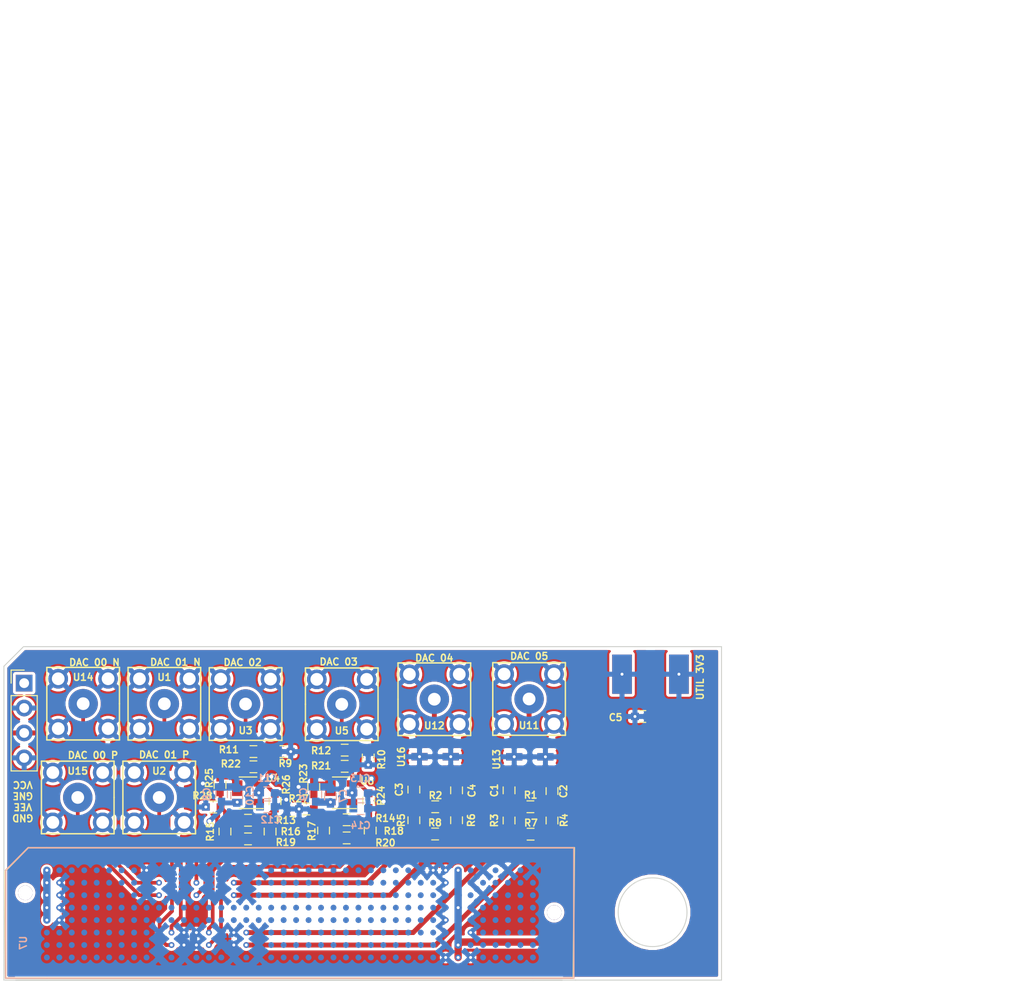
<source format=kicad_pcb>
(kicad_pcb (version 20171130) (host pcbnew "(5.1.5-0-10_14)")
  (layers (0 F.Cu signal) (1 In1.Cu signal) (2 In2.Cu signal) (31 B.Cu signal) (34 B.Paste user) (35 F.Paste user) (36 B.SilkS user) (37 F.SilkS user) (38 B.Mask user) (39 F.Mask user) (44 Edge.Cuts user))
  (net 0 "")
  (net 1 "Net-(C3-Pad2)")
  (net 2 Earth)
  (net 3 "Net-(C4-Pad2)")
  (net 4 RFMC_DAC_01_P)
  (net 5 RFMC_DAC_02_P)
  (net 6 RFMC_DAC_03_P)
  (net 7 VCC12_SW)
  (net 8 RFMC_DAC_00_N)
  (net 9 RFMC_DAC_00_P)
  (net 10 RFMC_DAC_01_N)
  (net 11 RFMC_DAC_02_N)
  (net 12 RFMC_DAC_03_N)
  (net 13 UTIL_3V3)
  (net 14 "Net-(C1-Pad2)")
  (net 15 "Net-(C1-Pad1)")
  (net 16 "Net-(C2-Pad1)")
  (net 17 "Net-(C2-Pad2)")
  (net 18 "Net-(C3-Pad1)")
  (net 19 "Net-(C4-Pad1)")
  (net 20 "Net-(U11-Pad1)")
  (net 21 "Net-(U12-Pad1)")
  (net 22 RFMC_DAC_05_N)
  (net 23 RFMC_DAC_05_P)
  (net 24 RFMC_DAC_04_N)
  (net 25 RFMC_DAC_04_P)
  (net 26 "Net-(R11-Pad1)")
  (net 27 "Net-(R10-Pad2)")
  (net 28 "Net-(R11-Pad2)")
  (net 29 "Net-(R12-Pad2)")
  (net 30 "Net-(R13-Pad2)")
  (net 31 "Net-(R13-Pad1)")
  (net 32 "Net-(R14-Pad2)")
  (net 33 "Net-(R14-Pad1)")
  (net 34 "Net-(R21-Pad2)")
  (net 35 "Net-(R22-Pad2)")
  (net 36 "Net-(R23-Pad1)")
  (net 37 "Net-(R25-Pad2)")
  (net 38 5V)
  (net 39 -5V)
  (module MyFootprints:LPAM (layer B.Cu) (at 24.55 178.65 270)
    (fp_text reference U7 (at 7.4 2.4 90) (layer B.SilkS) (effects (font (size 0.7 0.7)) (justify mirror)))
    (fp_text value LPAM)
    (pad A1 thru_hole circle (at 0 0 270) (size 0.6 0.6) (drill 0.3) (layers *.Cu *.Mask) (net 7 VCC12_SW))
    (pad B1 thru_hole circle (at 1.27 0 270) (size 0.6 0.6) (drill 0.3) (layers *.Cu *.Mask) (net 7 VCC12_SW))
    (pad C1 thru_hole circle (at 2.54 0 270) (size 0.6 0.6) (drill 0.3) (layers *.Cu *.Mask) (net 7 VCC12_SW))
    (pad D1 thru_hole circle (at 3.81 0 270) (size 0.6 0.6) (drill 0.3) (layers *.Cu *.Mask) (net 7 VCC12_SW))
    (pad E1 thru_hole circle (at 5.08 0 270) (size 0.6 0.6) (drill 0.3) (layers *.Cu *.Mask) (net 7 VCC12_SW))
    (pad F1 smd circle (at 6.35 0 270) (size 0.6 0.6) (layers B.Cu B.Paste B.Mask))
    (pad G1 smd circle (at 7.62 0 270) (size 0.6 0.6) (layers B.Cu B.Paste B.Mask))
    (pad H1 smd circle (at 8.89 0 270) (size 0.6 0.6) (layers B.Cu B.Paste B.Mask))
    (pad A2 smd circle (at 0 -1.27 270) (size 0.6 0.6) (layers B.Cu B.Paste B.Mask))
    (pad B2 thru_hole circle (at 1.27 -1.27 270) (size 0.6 0.6) (drill 0.3) (layers *.Cu *.Mask) (net 2 Earth))
    (pad C2 thru_hole circle (at 2.54 -1.27 270) (size 0.6 0.6) (drill 0.3) (layers *.Cu *.Mask) (net 2 Earth))
    (pad D2 thru_hole circle (at 3.81 -1.27 270) (size 0.6 0.6) (drill 0.3) (layers *.Cu *.Mask) (net 2 Earth))
    (pad E2 thru_hole circle (at 5.08 -1.27 270) (size 0.6 0.6) (drill 0.3) (layers *.Cu *.Mask) (net 2 Earth))
    (pad F2 smd circle (at 6.35 -1.27 270) (size 0.6 0.6) (layers B.Cu B.Paste B.Mask))
    (pad G2 smd circle (at 7.62 -1.27 270) (size 0.6 0.6) (layers B.Cu B.Paste B.Mask))
    (pad H2 smd circle (at 8.89 -1.27 270) (size 0.6 0.6) (layers B.Cu B.Paste B.Mask))
    (pad A3 smd circle (at 0 -2.54 270) (size 0.6 0.6) (layers B.Cu B.Paste B.Mask))
    (pad B3 smd circle (at 1.27 -2.54 270) (size 0.6 0.6) (layers B.Cu B.Paste B.Mask))
    (pad C3 smd circle (at 2.54 -2.54 270) (size 0.6 0.6) (layers B.Cu B.Paste B.Mask))
    (pad D3 smd circle (at 3.81 -2.54 270) (size 0.6 0.6) (layers B.Cu B.Paste B.Mask))
    (pad E3 smd circle (at 5.08 -2.54 270) (size 0.6 0.6) (layers B.Cu B.Paste B.Mask))
    (pad F3 smd circle (at 6.35 -2.54 270) (size 0.6 0.6) (layers B.Cu B.Paste B.Mask))
    (pad G3 smd circle (at 7.62 -2.54 270) (size 0.6 0.6) (layers B.Cu B.Paste B.Mask))
    (pad H3 smd circle (at 8.89 -2.54 270) (size 0.6 0.6) (layers B.Cu B.Paste B.Mask))
    (pad A4 smd circle (at 0 -3.81 270) (size 0.6 0.6) (layers B.Cu B.Paste B.Mask))
    (pad B4 smd circle (at 1.27 -3.81 270) (size 0.6 0.6) (layers B.Cu B.Paste B.Mask))
    (pad C4 smd circle (at 2.54 -3.81 270) (size 0.6 0.6) (layers B.Cu B.Paste B.Mask))
    (pad D4 smd circle (at 3.81 -3.81 270) (size 0.6 0.6) (layers B.Cu B.Paste B.Mask))
    (pad E4 smd circle (at 5.08 -3.81 270) (size 0.6 0.6) (layers B.Cu B.Paste B.Mask))
    (pad F4 smd circle (at 6.35 -3.81 270) (size 0.6 0.6) (layers B.Cu B.Paste B.Mask))
    (pad G4 smd circle (at 7.62 -3.81 270) (size 0.6 0.6) (layers B.Cu B.Paste B.Mask))
    (pad H4 smd circle (at 8.89 -3.81 270) (size 0.6 0.6) (layers B.Cu B.Paste B.Mask))
    (pad A5 smd circle (at 0 -5.08 270) (size 0.6 0.6) (layers B.Cu B.Paste B.Mask))
    (pad B5 smd circle (at 1.27 -5.08 270) (size 0.6 0.6) (layers B.Cu B.Paste B.Mask))
    (pad C5 smd circle (at 2.54 -5.08 270) (size 0.6 0.6) (layers B.Cu B.Paste B.Mask))
    (pad D5 smd circle (at 3.81 -5.08 270) (size 0.6 0.6) (layers B.Cu B.Paste B.Mask))
    (pad E5 smd circle (at 5.08 -5.08 270) (size 0.6 0.6) (layers B.Cu B.Paste B.Mask))
    (pad F5 smd circle (at 6.35 -5.08 270) (size 0.6 0.6) (layers B.Cu B.Paste B.Mask))
    (pad G5 smd circle (at 7.62 -5.08 270) (size 0.6 0.6) (layers B.Cu B.Paste B.Mask))
    (pad H5 smd circle (at 8.89 -5.08 270) (size 0.6 0.6) (layers B.Cu B.Paste B.Mask))
    (pad A6 smd circle (at 0 -6.35 270) (size 0.6 0.6) (layers B.Cu B.Paste B.Mask))
    (pad B6 smd circle (at 1.27 -6.35 270) (size 0.6 0.6) (layers B.Cu B.Paste B.Mask))
    (pad C6 smd circle (at 2.54 -6.35 270) (size 0.6 0.6) (layers B.Cu B.Paste B.Mask))
    (pad D6 smd circle (at 3.81 -6.35 270) (size 0.6 0.6) (layers B.Cu B.Paste B.Mask))
    (pad E6 smd circle (at 5.08 -6.35 270) (size 0.6 0.6) (layers B.Cu B.Paste B.Mask))
    (pad F6 smd circle (at 6.35 -6.35 270) (size 0.6 0.6) (layers B.Cu B.Paste B.Mask))
    (pad G6 smd circle (at 7.62 -6.35 270) (size 0.6 0.6) (layers B.Cu B.Paste B.Mask))
    (pad H6 smd circle (at 8.89 -6.35 270) (size 0.6 0.6) (layers B.Cu B.Paste B.Mask))
    (pad A7 smd circle (at 0 -7.62 270) (size 0.6 0.6) (layers B.Cu B.Paste B.Mask))
    (pad B7 smd circle (at 1.27 -7.62 270) (size 0.6 0.6) (layers B.Cu B.Paste B.Mask))
    (pad C7 smd circle (at 2.54 -7.62 270) (size 0.6 0.6) (layers B.Cu B.Paste B.Mask))
    (pad D7 smd circle (at 3.81 -7.62 270) (size 0.6 0.6) (layers B.Cu B.Paste B.Mask))
    (pad E7 smd circle (at 5.08 -7.62 270) (size 0.6 0.6) (layers B.Cu B.Paste B.Mask))
    (pad F7 smd circle (at 6.35 -7.62 270) (size 0.6 0.6) (layers B.Cu B.Paste B.Mask))
    (pad G7 smd circle (at 7.62 -7.62 270) (size 0.6 0.6) (layers B.Cu B.Paste B.Mask))
    (pad H7 smd circle (at 8.89 -7.62 270) (size 0.6 0.6) (layers B.Cu B.Paste B.Mask))
    (pad A8 smd circle (at 0 -8.89 270) (size 0.6 0.6) (layers B.Cu B.Paste B.Mask))
    (pad B8 smd circle (at 1.27 -8.89 270) (size 0.6 0.6) (layers B.Cu B.Paste B.Mask))
    (pad C8 smd circle (at 2.54 -8.89 270) (size 0.6 0.6) (layers B.Cu B.Paste B.Mask))
    (pad D8 smd circle (at 3.81 -8.89 270) (size 0.6 0.6) (layers B.Cu B.Paste B.Mask))
    (pad E8 smd circle (at 5.08 -8.89 270) (size 0.6 0.6) (layers B.Cu B.Paste B.Mask))
    (pad F8 smd circle (at 6.35 -8.89 270) (size 0.6 0.6) (layers B.Cu B.Paste B.Mask))
    (pad G8 smd circle (at 7.62 -8.89 270) (size 0.6 0.6) (layers B.Cu B.Paste B.Mask))
    (pad H8 smd circle (at 8.89 -8.89 270) (size 0.6 0.6) (layers B.Cu B.Paste B.Mask))
    (pad A9 thru_hole circle (at 0 -10.16 270) (size 0.6 0.6) (drill 0.3) (layers *.Cu *.Mask) (net 2 Earth))
    (pad B9 smd circle (at 1.27 -10.16 270) (size 0.6 0.6) (layers B.Cu B.Paste B.Mask) (net 2 Earth))
    (pad C9 smd circle (at 2.54 -10.16 270) (size 0.6 0.6) (layers B.Cu B.Paste B.Mask) (net 2 Earth))
    (pad D9 smd circle (at 3.81 -10.16 270) (size 0.6 0.6) (layers B.Cu B.Paste B.Mask))
    (pad E9 smd circle (at 5.08 -10.16 270) (size 0.6 0.6) (layers B.Cu B.Paste B.Mask))
    (pad F9 smd circle (at 6.35 -10.16 270) (size 0.6 0.6) (layers B.Cu B.Paste B.Mask))
    (pad G9 smd circle (at 7.62 -10.16 270) (size 0.6 0.6) (layers B.Cu B.Paste B.Mask))
    (pad H9 smd circle (at 8.89 -10.16 270) (size 0.6 0.6) (layers B.Cu B.Paste B.Mask))
    (pad A10 smd circle (at 0 -11.43 270) (size 0.6 0.6) (layers B.Cu B.Paste B.Mask) (net 2 Earth))
    (pad B10 thru_hole circle (at 1.27 -11.43 270) (size 0.6 0.6) (drill 0.3) (layers *.Cu *.Mask) (net 8 RFMC_DAC_00_N))
    (pad C10 thru_hole circle (at 2.54 -11.43 270) (size 0.6 0.6) (drill 0.3) (layers *.Cu *.Mask) (net 9 RFMC_DAC_00_P))
    (pad D10 smd circle (at 3.81 -11.43 270) (size 0.6 0.6) (layers B.Cu B.Paste B.Mask))
    (pad E10 smd circle (at 5.08 -11.43 270) (size 0.6 0.6) (layers B.Cu B.Paste B.Mask))
    (pad F10 smd circle (at 6.35 -11.43 270) (size 0.6 0.6) (layers B.Cu B.Paste B.Mask) (net 2 Earth))
    (pad G10 smd circle (at 7.62 -11.43 270) (size 0.6 0.6) (layers B.Cu B.Paste B.Mask) (net 2 Earth))
    (pad H10 smd circle (at 8.89 -11.43 270) (size 0.6 0.6) (layers B.Cu B.Paste B.Mask) (net 2 Earth))
    (pad A11 smd circle (at 0 -12.7 270) (size 0.6 0.6) (layers B.Cu B.Paste B.Mask) (net 2 Earth))
    (pad B11 smd circle (at 1.27 -12.7 270) (size 0.6 0.6) (layers B.Cu B.Paste B.Mask) (net 2 Earth))
    (pad C11 smd circle (at 2.54 -12.7 270) (size 0.6 0.6) (layers B.Cu B.Paste B.Mask) (net 2 Earth))
    (pad D11 smd circle (at 3.81 -12.7 270) (size 0.6 0.6) (layers B.Cu B.Paste B.Mask))
    (pad E11 smd circle (at 5.08 -12.7 270) (size 0.6 0.6) (layers B.Cu B.Paste B.Mask))
    (pad F11 thru_hole circle (at 6.35 -12.7 270) (size 0.6 0.6) (drill 0.3) (layers *.Cu *.Mask) (net 10 RFMC_DAC_01_N))
    (pad G11 thru_hole circle (at 7.62 -12.7 270) (size 0.6 0.6) (drill 0.3) (layers *.Cu *.Mask) (net 4 RFMC_DAC_01_P))
    (pad H11 smd circle (at 8.89 -12.7 270) (size 0.6 0.6) (layers B.Cu B.Paste B.Mask))
    (pad A12 smd circle (at 0 -13.97 270) (size 0.6 0.6) (layers B.Cu B.Paste B.Mask) (net 2 Earth))
    (pad B12 smd circle (at 1.27 -13.97 270) (size 0.6 0.6) (layers B.Cu B.Paste B.Mask) (net 2 Earth))
    (pad C12 smd circle (at 2.54 -13.97 270) (size 0.6 0.6) (layers B.Cu B.Paste B.Mask) (net 2 Earth))
    (pad D12 smd circle (at 3.81 -13.97 270) (size 0.6 0.6) (layers B.Cu B.Paste B.Mask))
    (pad E12 smd circle (at 5.08 -13.97 270) (size 0.6 0.6) (layers B.Cu B.Paste B.Mask))
    (pad F12 thru_hole circle (at 6.35 -13.97 270) (size 0.6 0.6) (drill 0.3) (layers *.Cu *.Mask) (net 2 Earth))
    (pad G12 thru_hole circle (at 7.62 -13.97 270) (size 0.6 0.6) (drill 0.3) (layers *.Cu *.Mask) (net 2 Earth))
    (pad H12 smd circle (at 8.89 -13.97 270) (size 0.6 0.6) (layers B.Cu B.Paste B.Mask) (net 2 Earth))
    (pad A13 smd circle (at 0 -15.24 270) (size 0.6 0.6) (layers B.Cu B.Paste B.Mask) (net 2 Earth))
    (pad B13 thru_hole circle (at 1.27 -15.24 270) (size 0.6 0.6) (drill 0.3) (layers *.Cu *.Mask) (net 11 RFMC_DAC_02_N))
    (pad C13 thru_hole circle (at 2.54 -15.24 270) (size 0.6 0.6) (drill 0.3) (layers *.Cu *.Mask) (net 5 RFMC_DAC_02_P))
    (pad D13 smd circle (at 3.81 -15.24 270) (size 0.6 0.6) (layers B.Cu B.Paste B.Mask))
    (pad E13 smd circle (at 5.08 -15.24 270) (size 0.6 0.6) (layers B.Cu B.Paste B.Mask))
    (pad F13 thru_hole circle (at 6.35 -15.24 270) (size 0.6 0.6) (drill 0.3) (layers *.Cu *.Mask) (net 2 Earth))
    (pad G13 thru_hole circle (at 7.62 -15.24 270) (size 0.6 0.6) (drill 0.3) (layers *.Cu *.Mask) (net 2 Earth))
    (pad H13 smd circle (at 8.89 -15.24 270) (size 0.6 0.6) (layers B.Cu B.Paste B.Mask))
    (pad A14 smd circle (at 0 -16.51 270) (size 0.6 0.6) (layers B.Cu B.Paste B.Mask) (net 2 Earth))
    (pad B14 smd circle (at 1.27 -16.51 270) (size 0.6 0.6) (layers B.Cu B.Paste B.Mask) (net 2 Earth))
    (pad C14 smd circle (at 2.54 -16.51 270) (size 0.6 0.6) (layers B.Cu B.Paste B.Mask) (net 2 Earth))
    (pad D14 smd circle (at 3.81 -16.51 270) (size 0.6 0.6) (layers B.Cu B.Paste B.Mask))
    (pad E14 smd circle (at 5.08 -16.51 270) (size 0.6 0.6) (layers B.Cu B.Paste B.Mask))
    (pad F14 thru_hole circle (at 6.35 -16.51 270) (size 0.6 0.6) (drill 0.3) (layers *.Cu *.Mask) (net 12 RFMC_DAC_03_N))
    (pad G14 thru_hole circle (at 7.62 -16.51 270) (size 0.6 0.6) (drill 0.3) (layers *.Cu *.Mask) (net 6 RFMC_DAC_03_P))
    (pad H14 smd circle (at 8.89 -16.51 270) (size 0.6 0.6) (layers B.Cu B.Paste B.Mask))
    (pad A15 smd circle (at 0 -17.78 270) (size 0.6 0.6) (layers B.Cu B.Paste B.Mask) (net 2 Earth))
    (pad B15 smd circle (at 1.27 -17.78 270) (size 0.6 0.6) (layers B.Cu B.Paste B.Mask) (net 2 Earth))
    (pad C15 smd circle (at 2.54 -17.78 270) (size 0.6 0.6) (layers B.Cu B.Paste B.Mask) (net 2 Earth))
    (pad D15 smd circle (at 3.81 -17.78 270) (size 0.6 0.6) (layers B.Cu B.Paste B.Mask))
    (pad E15 smd circle (at 5.08 -17.78 270) (size 0.6 0.6) (layers B.Cu B.Paste B.Mask))
    (pad F15 smd circle (at 6.35 -17.78 270) (size 0.6 0.6) (layers B.Cu B.Paste B.Mask) (net 2 Earth))
    (pad G15 smd circle (at 7.62 -17.78 270) (size 0.6 0.6) (layers B.Cu B.Paste B.Mask) (net 2 Earth))
    (pad H15 smd circle (at 8.89 -17.78 270) (size 0.6 0.6) (layers B.Cu B.Paste B.Mask))
    (pad A16 smd circle (at 0 -19.05 270) (size 0.6 0.6) (layers B.Cu B.Paste B.Mask) (net 2 Earth))
    (pad B16 thru_hole circle (at 1.27 -19.05 270) (size 0.6 0.6) (drill 0.3) (layers *.Cu *.Mask) (net 24 RFMC_DAC_04_N))
    (pad C16 thru_hole circle (at 2.54 -19.05 270) (size 0.6 0.6) (drill 0.3) (layers *.Cu *.Mask) (net 25 RFMC_DAC_04_P))
    (pad D16 smd circle (at 3.81 -19.05 270) (size 0.6 0.6) (layers B.Cu B.Paste B.Mask))
    (pad E16 smd circle (at 5.08 -19.05 270) (size 0.6 0.6) (layers B.Cu B.Paste B.Mask))
    (pad F16 thru_hole circle (at 6.35 -19.05 270) (size 0.6 0.6) (drill 0.3) (layers *.Cu *.Mask) (net 2 Earth))
    (pad G16 thru_hole circle (at 7.62 -19.05 270) (size 0.6 0.6) (drill 0.3) (layers *.Cu *.Mask) (net 2 Earth))
    (pad H16 smd circle (at 8.89 -19.05 270) (size 0.6 0.6) (layers B.Cu B.Paste B.Mask) (net 2 Earth))
    (pad A17 smd circle (at 0 -20.32 270) (size 0.6 0.6) (layers B.Cu B.Paste B.Mask) (net 2 Earth))
    (pad B17 smd circle (at 1.27 -20.32 270) (size 0.6 0.6) (layers B.Cu B.Paste B.Mask) (net 2 Earth))
    (pad C17 smd circle (at 2.54 -20.32 270) (size 0.6 0.6) (layers B.Cu B.Paste B.Mask) (net 2 Earth))
    (pad D17 smd circle (at 3.81 -20.32 270) (size 0.6 0.6) (layers B.Cu B.Paste B.Mask))
    (pad E17 smd circle (at 5.08 -20.32 270) (size 0.6 0.6) (layers B.Cu B.Paste B.Mask))
    (pad F17 thru_hole circle (at 6.35 -20.32 270) (size 0.6 0.6) (drill 0.3) (layers *.Cu *.Mask) (net 22 RFMC_DAC_05_N))
    (pad G17 thru_hole circle (at 7.62 -20.32 270) (size 0.6 0.6) (drill 0.3) (layers *.Cu *.Mask) (net 23 RFMC_DAC_05_P))
    (pad H17 smd circle (at 8.89 -20.32 270) (size 0.6 0.6) (layers B.Cu B.Paste B.Mask))
    (pad A18 smd circle (at 0 -21.59 270) (size 0.6 0.6) (layers B.Cu B.Paste B.Mask) (net 2 Earth))
    (pad B18 smd circle (at 1.27 -21.59 270) (size 0.6 0.6) (layers B.Cu B.Paste B.Mask))
    (pad C18 smd circle (at 2.54 -21.59 270) (size 0.6 0.6) (layers B.Cu B.Paste B.Mask))
    (pad D18 smd circle (at 3.81 -21.59 270) (size 0.6 0.6) (layers B.Cu B.Paste B.Mask))
    (pad E18 smd circle (at 5.08 -21.59 270) (size 0.6 0.6) (layers B.Cu B.Paste B.Mask))
    (pad F18 smd circle (at 6.35 -21.59 270) (size 0.6 0.6) (layers B.Cu B.Paste B.Mask) (net 2 Earth))
    (pad G18 smd circle (at 7.62 -21.59 270) (size 0.6 0.6) (layers B.Cu B.Paste B.Mask) (net 2 Earth))
    (pad H18 smd circle (at 8.89 -21.59 270) (size 0.6 0.6) (layers B.Cu B.Paste B.Mask) (net 2 Earth))
    (pad A19 smd circle (at 0 -22.86 270) (size 0.6 0.6) (layers B.Cu B.Paste B.Mask))
    (pad B19 smd circle (at 1.27 -22.86 270) (size 0.6 0.6) (layers B.Cu B.Paste B.Mask))
    (pad C19 smd circle (at 2.54 -22.86 270) (size 0.6 0.6) (layers B.Cu B.Paste B.Mask))
    (pad D19 smd circle (at 3.81 -22.86 270) (size 0.6 0.6) (layers B.Cu B.Paste B.Mask))
    (pad E19 smd circle (at 5.08 -22.86 270) (size 0.6 0.6) (layers B.Cu B.Paste B.Mask))
    (pad F19 smd circle (at 6.35 -22.86 270) (size 0.6 0.6) (layers B.Cu B.Paste B.Mask))
    (pad G19 smd circle (at 7.62 -22.86 270) (size 0.6 0.6) (layers B.Cu B.Paste B.Mask))
    (pad H19 smd circle (at 8.89 -22.86 270) (size 0.6 0.6) (layers B.Cu B.Paste B.Mask))
    (pad A20 smd circle (at 0 -24.13 270) (size 0.6 0.6) (layers B.Cu B.Paste B.Mask))
    (pad B20 smd circle (at 1.27 -24.13 270) (size 0.6 0.6) (layers B.Cu B.Paste B.Mask))
    (pad C20 smd circle (at 2.54 -24.13 270) (size 0.6 0.6) (layers B.Cu B.Paste B.Mask))
    (pad D20 smd circle (at 3.81 -24.13 270) (size 0.6 0.6) (layers B.Cu B.Paste B.Mask))
    (pad E20 smd circle (at 5.08 -24.13 270) (size 0.6 0.6) (layers B.Cu B.Paste B.Mask))
    (pad F20 smd circle (at 6.35 -24.13 270) (size 0.6 0.6) (layers B.Cu B.Paste B.Mask))
    (pad G20 smd circle (at 7.62 -24.13 270) (size 0.6 0.6) (layers B.Cu B.Paste B.Mask))
    (pad H20 smd circle (at 8.89 -24.13 270) (size 0.6 0.6) (layers B.Cu B.Paste B.Mask))
    (pad A21 smd circle (at 0 -25.4 270) (size 0.6 0.6) (layers B.Cu B.Paste B.Mask))
    (pad B21 smd circle (at 1.27 -25.4 270) (size 0.6 0.6) (layers B.Cu B.Paste B.Mask))
    (pad C21 smd circle (at 2.54 -25.4 270) (size 0.6 0.6) (layers B.Cu B.Paste B.Mask))
    (pad D21 smd circle (at 3.81 -25.4 270) (size 0.6 0.6) (layers B.Cu B.Paste B.Mask))
    (pad E21 smd circle (at 5.08 -25.4 270) (size 0.6 0.6) (layers B.Cu B.Paste B.Mask))
    (pad F21 smd circle (at 6.35 -25.4 270) (size 0.6 0.6) (layers B.Cu B.Paste B.Mask))
    (pad G21 smd circle (at 7.62 -25.4 270) (size 0.6 0.6) (layers B.Cu B.Paste B.Mask))
    (pad H21 smd circle (at 8.89 -25.4 270) (size 0.6 0.6) (layers B.Cu B.Paste B.Mask))
    (pad A22 smd circle (at 0 -26.67 270) (size 0.6 0.6) (layers B.Cu B.Paste B.Mask))
    (pad B22 smd circle (at 1.27 -26.67 270) (size 0.6 0.6) (layers B.Cu B.Paste B.Mask))
    (pad C22 smd circle (at 2.54 -26.67 270) (size 0.6 0.6) (layers B.Cu B.Paste B.Mask))
    (pad D22 smd circle (at 3.81 -26.67 270) (size 0.6 0.6) (layers B.Cu B.Paste B.Mask))
    (pad E22 smd circle (at 5.08 -26.67 270) (size 0.6 0.6) (layers B.Cu B.Paste B.Mask))
    (pad F22 smd circle (at 6.35 -26.67 270) (size 0.6 0.6) (layers B.Cu B.Paste B.Mask))
    (pad G22 smd circle (at 7.62 -26.67 270) (size 0.6 0.6) (layers B.Cu B.Paste B.Mask))
    (pad H22 smd circle (at 8.89 -26.67 270) (size 0.6 0.6) (layers B.Cu B.Paste B.Mask))
    (pad A23 smd circle (at 0 -27.94 270) (size 0.6 0.6) (layers B.Cu B.Paste B.Mask))
    (pad B23 smd circle (at 1.27 -27.94 270) (size 0.6 0.6) (layers B.Cu B.Paste B.Mask))
    (pad C23 smd circle (at 2.54 -27.94 270) (size 0.6 0.6) (layers B.Cu B.Paste B.Mask))
    (pad D23 smd circle (at 3.81 -27.94 270) (size 0.6 0.6) (layers B.Cu B.Paste B.Mask))
    (pad E23 smd circle (at 5.08 -27.94 270) (size 0.6 0.6) (layers B.Cu B.Paste B.Mask))
    (pad F23 smd circle (at 6.35 -27.94 270) (size 0.6 0.6) (layers B.Cu B.Paste B.Mask))
    (pad G23 smd circle (at 7.62 -27.94 270) (size 0.6 0.6) (layers B.Cu B.Paste B.Mask))
    (pad H23 smd circle (at 8.89 -27.94 270) (size 0.6 0.6) (layers B.Cu B.Paste B.Mask))
    (pad A24 smd circle (at 0 -29.21 270) (size 0.6 0.6) (layers B.Cu B.Paste B.Mask))
    (pad B24 smd circle (at 1.27 -29.21 270) (size 0.6 0.6) (layers B.Cu B.Paste B.Mask))
    (pad C24 smd circle (at 2.54 -29.21 270) (size 0.6 0.6) (layers B.Cu B.Paste B.Mask))
    (pad D24 smd circle (at 3.81 -29.21 270) (size 0.6 0.6) (layers B.Cu B.Paste B.Mask))
    (pad E24 smd circle (at 5.08 -29.21 270) (size 0.6 0.6) (layers B.Cu B.Paste B.Mask))
    (pad F24 smd circle (at 6.35 -29.21 270) (size 0.6 0.6) (layers B.Cu B.Paste B.Mask))
    (pad G24 smd circle (at 7.62 -29.21 270) (size 0.6 0.6) (layers B.Cu B.Paste B.Mask))
    (pad H24 smd circle (at 8.89 -29.21 270) (size 0.6 0.6) (layers B.Cu B.Paste B.Mask))
    (pad A25 smd circle (at 0 -30.48 270) (size 0.6 0.6) (layers B.Cu B.Paste B.Mask))
    (pad B25 smd circle (at 1.27 -30.48 270) (size 0.6 0.6) (layers B.Cu B.Paste B.Mask))
    (pad C25 smd circle (at 2.54 -30.48 270) (size 0.6 0.6) (layers B.Cu B.Paste B.Mask))
    (pad D25 smd circle (at 3.81 -30.48 270) (size 0.6 0.6) (layers B.Cu B.Paste B.Mask))
    (pad E25 smd circle (at 5.08 -30.48 270) (size 0.6 0.6) (layers B.Cu B.Paste B.Mask))
    (pad F25 smd circle (at 6.35 -30.48 270) (size 0.6 0.6) (layers B.Cu B.Paste B.Mask))
    (pad G25 smd circle (at 7.62 -30.48 270) (size 0.6 0.6) (layers B.Cu B.Paste B.Mask))
    (pad H25 smd circle (at 8.89 -30.48 270) (size 0.6 0.6) (layers B.Cu B.Paste B.Mask))
    (pad A26 smd circle (at 0 -31.75 270) (size 0.6 0.6) (layers B.Cu B.Paste B.Mask))
    (pad B26 smd circle (at 1.27 -31.75 270) (size 0.6 0.6) (layers B.Cu B.Paste B.Mask))
    (pad C26 smd circle (at 2.54 -31.75 270) (size 0.6 0.6) (layers B.Cu B.Paste B.Mask))
    (pad D26 smd circle (at 3.81 -31.75 270) (size 0.6 0.6) (layers B.Cu B.Paste B.Mask))
    (pad E26 smd circle (at 5.08 -31.75 270) (size 0.6 0.6) (layers B.Cu B.Paste B.Mask))
    (pad F26 smd circle (at 6.35 -31.75 270) (size 0.6 0.6) (layers B.Cu B.Paste B.Mask))
    (pad G26 smd circle (at 7.62 -31.75 270) (size 0.6 0.6) (layers B.Cu B.Paste B.Mask))
    (pad H26 smd circle (at 8.89 -31.75 270) (size 0.6 0.6) (layers B.Cu B.Paste B.Mask))
    (pad A27 smd circle (at 0 -33.02 270) (size 0.6 0.6) (layers B.Cu B.Paste B.Mask))
    (pad B27 smd circle (at 1.27 -33.02 270) (size 0.6 0.6) (layers B.Cu B.Paste B.Mask))
    (pad C27 smd circle (at 2.54 -33.02 270) (size 0.6 0.6) (layers B.Cu B.Paste B.Mask))
    (pad D27 smd circle (at 3.81 -33.02 270) (size 0.6 0.6) (layers B.Cu B.Paste B.Mask))
    (pad E27 smd circle (at 5.08 -33.02 270) (size 0.6 0.6) (layers B.Cu B.Paste B.Mask))
    (pad F27 smd circle (at 6.35 -33.02 270) (size 0.6 0.6) (layers B.Cu B.Paste B.Mask))
    (pad G27 smd circle (at 7.62 -33.02 270) (size 0.6 0.6) (layers B.Cu B.Paste B.Mask))
    (pad H27 smd circle (at 8.89 -33.02 270) (size 0.6 0.6) (layers B.Cu B.Paste B.Mask))
    (pad A28 smd circle (at 0 -34.29 270) (size 0.6 0.6) (layers B.Cu B.Paste B.Mask))
    (pad B28 smd circle (at 1.27 -34.29 270) (size 0.6 0.6) (layers B.Cu B.Paste B.Mask))
    (pad C28 smd circle (at 2.54 -34.29 270) (size 0.6 0.6) (layers B.Cu B.Paste B.Mask))
    (pad D28 smd circle (at 3.81 -34.29 270) (size 0.6 0.6) (layers B.Cu B.Paste B.Mask))
    (pad E28 smd circle (at 5.08 -34.29 270) (size 0.6 0.6) (layers B.Cu B.Paste B.Mask))
    (pad F28 smd circle (at 6.35 -34.29 270) (size 0.6 0.6) (layers B.Cu B.Paste B.Mask))
    (pad G28 smd circle (at 7.62 -34.29 270) (size 0.6 0.6) (layers B.Cu B.Paste B.Mask))
    (pad H28 smd circle (at 8.89 -34.29 270) (size 0.6 0.6) (layers B.Cu B.Paste B.Mask))
    (pad A29 smd circle (at 0 -35.56 270) (size 0.6 0.6) (layers B.Cu B.Paste B.Mask))
    (pad B29 smd circle (at 1.27 -35.56 270) (size 0.6 0.6) (layers B.Cu B.Paste B.Mask))
    (pad C29 smd circle (at 2.54 -35.56 270) (size 0.6 0.6) (layers B.Cu B.Paste B.Mask))
    (pad D29 smd circle (at 3.81 -35.56 270) (size 0.6 0.6) (layers B.Cu B.Paste B.Mask))
    (pad E29 smd circle (at 5.08 -35.56 270) (size 0.6 0.6) (layers B.Cu B.Paste B.Mask))
    (pad F29 smd circle (at 6.35 -35.56 270) (size 0.6 0.6) (layers B.Cu B.Paste B.Mask))
    (pad G29 smd circle (at 7.62 -35.56 270) (size 0.6 0.6) (layers B.Cu B.Paste B.Mask))
    (pad H29 smd circle (at 8.89 -35.56 270) (size 0.6 0.6) (layers B.Cu B.Paste B.Mask))
    (pad A30 smd circle (at 0 -36.83 270) (size 0.6 0.6) (layers B.Cu B.Paste B.Mask))
    (pad B30 smd circle (at 1.27 -36.83 270) (size 0.6 0.6) (layers B.Cu B.Paste B.Mask))
    (pad C30 smd circle (at 2.54 -36.83 270) (size 0.6 0.6) (layers B.Cu B.Paste B.Mask))
    (pad D30 smd circle (at 3.81 -36.83 270) (size 0.6 0.6) (layers B.Cu B.Paste B.Mask))
    (pad E30 smd circle (at 5.08 -36.83 270) (size 0.6 0.6) (layers B.Cu B.Paste B.Mask))
    (pad F30 smd circle (at 6.35 -36.83 270) (size 0.6 0.6) (layers B.Cu B.Paste B.Mask))
    (pad G30 smd circle (at 7.62 -36.83 270) (size 0.6 0.6) (layers B.Cu B.Paste B.Mask))
    (pad H30 smd circle (at 8.89 -36.83 270) (size 0.6 0.6) (layers B.Cu B.Paste B.Mask))
    (pad A31 smd circle (at 0 -38.1 270) (size 0.6 0.6) (layers B.Cu B.Paste B.Mask) (net 2 Earth))
    (pad B31 smd circle (at 1.27 -38.1 270) (size 0.6 0.6) (layers B.Cu B.Paste B.Mask))
    (pad C31 smd circle (at 2.54 -38.1 270) (size 0.6 0.6) (layers B.Cu B.Paste B.Mask))
    (pad D31 smd circle (at 3.81 -38.1 270) (size 0.6 0.6) (layers B.Cu B.Paste B.Mask))
    (pad E31 smd circle (at 5.08 -38.1 270) (size 0.6 0.6) (layers B.Cu B.Paste B.Mask))
    (pad F31 smd circle (at 6.35 -38.1 270) (size 0.6 0.6) (layers B.Cu B.Paste B.Mask))
    (pad G31 smd circle (at 7.62 -38.1 270) (size 0.6 0.6) (layers B.Cu B.Paste B.Mask))
    (pad H31 smd circle (at 8.89 -38.1 270) (size 0.6 0.6) (layers B.Cu B.Paste B.Mask))
    (pad A32 thru_hole circle (at 0 -39.37 270) (size 0.6 0.6) (drill 0.3) (layers *.Cu *.Mask) (net 2 Earth))
    (pad B32 smd circle (at 1.27 -39.37 270) (size 0.6 0.6) (layers B.Cu B.Paste B.Mask))
    (pad C32 smd circle (at 2.54 -39.37 270) (size 0.6 0.6) (layers B.Cu B.Paste B.Mask))
    (pad D32 smd circle (at 3.81 -39.37 270) (size 0.6 0.6) (layers B.Cu B.Paste B.Mask))
    (pad E32 smd circle (at 5.08 -39.37 270) (size 0.6 0.6) (layers B.Cu B.Paste B.Mask))
    (pad F32 smd circle (at 6.35 -39.37 270) (size 0.6 0.6) (layers B.Cu B.Paste B.Mask))
    (pad G32 smd circle (at 7.62 -39.37 270) (size 0.6 0.6) (layers B.Cu B.Paste B.Mask))
    (pad H32 smd circle (at 8.89 -39.37 270) (size 0.6 0.6) (layers B.Cu B.Paste B.Mask))
    (pad A33 thru_hole circle (at 0 -40.64 270) (size 0.6 0.6) (drill 0.3) (layers *.Cu *.Mask) (net 2 Earth))
    (pad B33 thru_hole circle (at 1.27 -40.64 270) (size 0.6 0.6) (drill 0.3) (layers *.Cu *.Mask) (net 2 Earth))
    (pad C33 smd circle (at 2.54 -40.64 270) (size 0.6 0.6) (layers B.Cu B.Paste B.Mask) (net 2 Earth))
    (pad D33 smd circle (at 3.81 -40.64 270) (size 0.6 0.6) (layers B.Cu B.Paste B.Mask) (net 2 Earth))
    (pad E33 thru_hole circle (at 5.08 -40.64 270) (size 0.6 0.6) (drill 0.3) (layers *.Cu *.Mask) (net 2 Earth))
    (pad F33 smd circle (at 6.35 -40.64 270) (size 0.6 0.6) (layers B.Cu B.Paste B.Mask) (net 2 Earth))
    (pad G33 smd circle (at 7.62 -40.64 270) (size 0.6 0.6) (layers B.Cu B.Paste B.Mask) (net 2 Earth))
    (pad H33 thru_hole circle (at 8.89 -40.64 270) (size 0.6 0.6) (drill 0.3) (layers *.Cu *.Mask) (net 2 Earth))
    (pad A34 thru_hole circle (at 0 -41.91 270) (size 0.6 0.6) (drill 0.3) (layers *.Cu *.Mask) (net 13 UTIL_3V3))
    (pad B34 smd circle (at 1.27 -41.91 270) (size 0.6 0.6) (layers B.Cu B.Paste B.Mask) (net 13 UTIL_3V3))
    (pad C34 smd circle (at 2.54 -41.91 270) (size 0.6 0.6) (layers B.Cu B.Paste B.Mask) (net 13 UTIL_3V3))
    (pad D34 thru_hole circle (at 3.81 -41.91 270) (size 0.6 0.6) (drill 0.3) (layers *.Cu *.Mask) (net 13 UTIL_3V3))
    (pad E34 smd circle (at 5.08 -41.91 270) (size 0.6 0.6) (layers B.Cu B.Paste B.Mask) (net 13 UTIL_3V3))
    (pad F34 smd circle (at 6.35 -41.91 270) (size 0.6 0.6) (layers B.Cu B.Paste B.Mask) (net 13 UTIL_3V3))
    (pad G34 thru_hole circle (at 7.62 -41.91 270) (size 0.6 0.6) (drill 0.3) (layers *.Cu *.Mask) (net 13 UTIL_3V3))
    (pad H34 thru_hole circle (at 8.89 -41.91 270) (size 0.6 0.6) (drill 0.3) (layers *.Cu *.Mask) (net 13 UTIL_3V3))
    (pad A35 smd circle (at 0 -43.18 270) (size 0.6 0.6) (layers B.Cu B.Paste B.Mask))
    (pad B35 smd circle (at 1.27 -43.18 270) (size 0.6 0.6) (layers B.Cu B.Paste B.Mask) (net 2 Earth))
    (pad C35 smd circle (at 2.54 -43.18 270) (size 0.6 0.6) (layers B.Cu B.Paste B.Mask))
    (pad D35 smd circle (at 3.81 -43.18 270) (size 0.6 0.6) (layers B.Cu B.Paste B.Mask) (net 2 Earth))
    (pad E35 smd circle (at 5.08 -43.18 270) (size 0.6 0.6) (layers B.Cu B.Paste B.Mask) (net 2 Earth))
    (pad F35 thru_hole circle (at 6.35 -43.18 270) (size 0.6 0.6) (drill 0.3) (layers *.Cu *.Mask) (net 2 Earth))
    (pad G35 smd circle (at 7.62 -43.18 270) (size 0.6 0.6) (layers B.Cu B.Paste B.Mask))
    (pad H35 thru_hole circle (at 8.89 -43.18 270) (size 0.6 0.6) (drill 0.3) (layers *.Cu *.Mask) (net 2 Earth))
    (pad A36 smd circle (at 0 -44.45 270) (size 0.6 0.6) (layers B.Cu B.Paste B.Mask) (net 2 Earth))
    (pad B36 smd circle (at 1.27 -44.45 270) (size 0.6 0.6) (layers B.Cu B.Paste B.Mask))
    (pad C36 smd circle (at 2.54 -44.45 270) (size 0.6 0.6) (layers B.Cu B.Paste B.Mask) (net 2 Earth))
    (pad D36 smd circle (at 3.81 -44.45 270) (size 0.6 0.6) (layers B.Cu B.Paste B.Mask))
    (pad E36 smd circle (at 5.08 -44.45 270) (size 0.6 0.6) (layers B.Cu B.Paste B.Mask))
    (pad F36 smd circle (at 6.35 -44.45 270) (size 0.6 0.6) (layers B.Cu B.Paste B.Mask))
    (pad G36 smd circle (at 7.62 -44.45 270) (size 0.6 0.6) (layers B.Cu B.Paste B.Mask))
    (pad H36 smd circle (at 8.89 -44.45 270) (size 0.6 0.6) (layers B.Cu B.Paste B.Mask))
    (pad A37 smd circle (at 0 -45.72 270) (size 0.6 0.6) (layers B.Cu B.Paste B.Mask))
    (pad B37 smd circle (at 1.27 -45.72 270) (size 0.6 0.6) (layers B.Cu B.Paste B.Mask))
    (pad C37 smd circle (at 2.54 -45.72 270) (size 0.6 0.6) (layers B.Cu B.Paste B.Mask))
    (pad D37 smd circle (at 3.81 -45.72 270) (size 0.6 0.6) (layers B.Cu B.Paste B.Mask))
    (pad E37 smd circle (at 5.08 -45.72 270) (size 0.6 0.6) (layers B.Cu B.Paste B.Mask))
    (pad F37 smd circle (at 6.35 -45.72 270) (size 0.6 0.6) (layers B.Cu B.Paste B.Mask))
    (pad G37 smd circle (at 7.62 -45.72 270) (size 0.6 0.6) (layers B.Cu B.Paste B.Mask))
    (pad H37 smd circle (at 8.89 -45.72 270) (size 0.6 0.6) (layers B.Cu B.Paste B.Mask))
    (pad A38 smd circle (at 0 -46.99 270) (size 0.6 0.6) (layers B.Cu B.Paste B.Mask) (net 2 Earth))
    (pad B38 smd circle (at 1.27 -46.99 270) (size 0.6 0.6) (layers B.Cu B.Paste B.Mask))
    (pad C38 smd circle (at 2.54 -46.99 270) (size 0.6 0.6) (layers B.Cu B.Paste B.Mask))
    (pad D38 smd circle (at 3.81 -46.99 270) (size 0.6 0.6) (layers B.Cu B.Paste B.Mask))
    (pad E38 smd circle (at 5.08 -46.99 270) (size 0.6 0.6) (layers B.Cu B.Paste B.Mask))
    (pad F38 smd circle (at 6.35 -46.99 270) (size 0.6 0.6) (layers B.Cu B.Paste B.Mask))
    (pad G38 smd circle (at 7.62 -46.99 270) (size 0.6 0.6) (layers B.Cu B.Paste B.Mask))
    (pad H38 smd circle (at 8.89 -46.99 270) (size 0.6 0.6) (layers B.Cu B.Paste B.Mask))
    (pad A39 smd circle (at 0 -48.26 270) (size 0.6 0.6) (layers B.Cu B.Paste B.Mask))
    (pad B39 smd circle (at 1.27 -48.26 270) (size 0.6 0.6) (layers B.Cu B.Paste B.Mask))
    (pad C39 smd circle (at 2.54 -48.26 270) (size 0.6 0.6) (layers B.Cu B.Paste B.Mask))
    (pad D39 smd circle (at 3.81 -48.26 270) (size 0.6 0.6) (layers B.Cu B.Paste B.Mask))
    (pad E39 smd circle (at 5.08 -48.26 270) (size 0.6 0.6) (layers B.Cu B.Paste B.Mask))
    (pad F39 smd circle (at 6.35 -48.26 270) (size 0.6 0.6) (layers B.Cu B.Paste B.Mask))
    (pad G39 smd circle (at 7.62 -48.26 270) (size 0.6 0.6) (layers B.Cu B.Paste B.Mask))
    (pad H39 smd circle (at 8.89 -48.26 270) (size 0.6 0.6) (layers B.Cu B.Paste B.Mask))
    (pad A40 smd circle (at 0 -49.53 270) (size 0.6 0.6) (layers B.Cu B.Paste B.Mask) (net 2 Earth))
    (pad B40 smd circle (at 1.27 -49.53 270) (size 0.6 0.6) (layers B.Cu B.Paste B.Mask))
    (pad C40 smd circle (at 2.54 -49.53 270) (size 0.6 0.6) (layers B.Cu B.Paste B.Mask))
    (pad D40 smd circle (at 3.81 -49.53 270) (size 0.6 0.6) (layers B.Cu B.Paste B.Mask))
    (pad E40 smd circle (at 5.08 -49.53 270) (size 0.6 0.6) (layers B.Cu B.Paste B.Mask))
    (pad F40 smd circle (at 6.35 -49.53 270) (size 0.6 0.6) (layers B.Cu B.Paste B.Mask))
    (pad G40 smd circle (at 7.62 -49.53 270) (size 0.6 0.6) (layers B.Cu B.Paste B.Mask))
    (pad H40 smd circle (at 8.89 -49.53 270) (size 0.6 0.6) (layers B.Cu B.Paste B.Mask))
    (pad 41 thru_hole circle (at 4.3 -51.7 270) (size 1.48 1.48) (drill 1.48) (layers *.Cu *.Mask))
    (pad 41 thru_hole circle (at 2.3 2.2 270) (size 1.48 1.48) (drill 1.48) (layers *.Cu *.Mask))
  )
  (module MyFootprints:SMA_90 (layer F.Cu) (at 27.7 171.225 180)
    (fp_text reference U15 (at 0 2.7) (layer F.SilkS) (effects (font (size 0.7 0.7))))
    (fp_text value SMA)
    (pad 2 thru_hole circle (at 2.54 2.54 180) (size 2 2) (drill 1.3) (layers *.Cu *.Mask) (net 2 Earth))
    (pad 2 thru_hole circle (at -2.54 2.54 180) (size 2 2) (drill 1.3) (layers *.Cu *.Mask) (net 2 Earth))
    (pad 2 thru_hole circle (at -2.54 -2.54 180) (size 2 2) (drill 1.3) (layers *.Cu *.Mask) (net 2 Earth))
    (pad 2 thru_hole circle (at 2.54 -2.54 180) (size 2 2) (drill 1.3) (layers *.Cu *.Mask) (net 2 Earth))
    (pad 1 thru_hole circle (at 0 0 180) (size 3 3) (drill 1.3) (layers *.Cu *.Mask) (net 9 RFMC_DAC_00_P))
  )
  (module MyFootprints:SMA_90 (layer F.Cu) (at 36.525 161.675 180)
    (fp_text reference U1 (at 0 2.7) (layer F.SilkS) (effects (font (size 0.7 0.7))))
    (fp_text value SMA)
    (pad 2 thru_hole circle (at 2.54 2.54 180) (size 2 2) (drill 1.3) (layers *.Cu *.Mask) (net 2 Earth))
    (pad 2 thru_hole circle (at -2.54 2.54 180) (size 2 2) (drill 1.3) (layers *.Cu *.Mask) (net 2 Earth))
    (pad 2 thru_hole circle (at -2.54 -2.54 180) (size 2 2) (drill 1.3) (layers *.Cu *.Mask) (net 2 Earth))
    (pad 2 thru_hole circle (at 2.54 -2.54 180) (size 2 2) (drill 1.3) (layers *.Cu *.Mask) (net 2 Earth))
    (pad 1 thru_hole circle (at 0 0 180) (size 3 3) (drill 1.3) (layers *.Cu *.Mask) (net 10 RFMC_DAC_01_N))
  )
  (module MyFootprints:SMA_90 (layer F.Cu) (at 36 171.225 180)
    (fp_text reference U2 (at 0 2.7) (layer F.SilkS) (effects (font (size 0.7 0.7))))
    (fp_text value SMA)
    (pad 1 thru_hole circle (at 0 0 180) (size 3 3) (drill 1.3) (layers *.Cu *.Mask) (net 4 RFMC_DAC_01_P))
    (pad 2 thru_hole circle (at 2.54 -2.54 180) (size 2 2) (drill 1.3) (layers *.Cu *.Mask) (net 2 Earth))
    (pad 2 thru_hole circle (at -2.54 -2.54 180) (size 2 2) (drill 1.3) (layers *.Cu *.Mask) (net 2 Earth))
    (pad 2 thru_hole circle (at -2.54 2.54 180) (size 2 2) (drill 1.3) (layers *.Cu *.Mask) (net 2 Earth))
    (pad 2 thru_hole circle (at 2.54 2.54 180) (size 2 2) (drill 1.3) (layers *.Cu *.Mask) (net 2 Earth))
  )
  (module MyFootprints:SMA_90 (layer F.Cu) (at 44.8 161.7)
    (fp_text reference U3 (at 0 2.7) (layer F.SilkS) (effects (font (size 0.7 0.7))))
    (fp_text value SMA)
    (pad 2 thru_hole circle (at 2.54 2.54) (size 2 2) (drill 1.3) (layers *.Cu *.Mask) (net 2 Earth))
    (pad 2 thru_hole circle (at -2.54 2.54) (size 2 2) (drill 1.3) (layers *.Cu *.Mask) (net 2 Earth))
    (pad 2 thru_hole circle (at -2.54 -2.54) (size 2 2) (drill 1.3) (layers *.Cu *.Mask) (net 2 Earth))
    (pad 2 thru_hole circle (at 2.54 -2.54) (size 2 2) (drill 1.3) (layers *.Cu *.Mask) (net 2 Earth))
    (pad 1 thru_hole circle (at 0 0) (size 3 3) (drill 1.3) (layers *.Cu *.Mask) (net 26 "Net-(R11-Pad1)"))
  )
  (module MyFootprints:SMA_90 (layer F.Cu) (at 54.6 161.725)
    (fp_text reference U5 (at 0 2.7) (layer F.SilkS) (effects (font (size 0.7 0.7))))
    (fp_text value SMA)
    (pad 2 thru_hole circle (at 2.54 2.54) (size 2 2) (drill 1.3) (layers *.Cu *.Mask) (net 2 Earth))
    (pad 2 thru_hole circle (at -2.54 2.54) (size 2 2) (drill 1.3) (layers *.Cu *.Mask) (net 2 Earth))
    (pad 2 thru_hole circle (at -2.54 -2.54) (size 2 2) (drill 1.3) (layers *.Cu *.Mask) (net 2 Earth))
    (pad 2 thru_hole circle (at 2.54 -2.54) (size 2 2) (drill 1.3) (layers *.Cu *.Mask) (net 2 Earth))
    (pad 1 thru_hole circle (at 0 0) (size 3 3) (drill 1.3) (layers *.Cu *.Mask) (net 27 "Net-(R10-Pad2)"))
  )
  (module MyFootprints:SMA_90 (layer F.Cu) (at 28.25 161.665 180)
    (fp_text reference U14 (at 0 2.7) (layer F.SilkS) (effects (font (size 0.7 0.7))))
    (fp_text value SMA)
    (pad 1 thru_hole circle (at 0 0 180) (size 3 3) (drill 1.3) (layers *.Cu *.Mask) (net 8 RFMC_DAC_00_N))
    (pad 2 thru_hole circle (at 2.54 -2.54 180) (size 2 2) (drill 1.3) (layers *.Cu *.Mask) (net 2 Earth))
    (pad 2 thru_hole circle (at -2.54 -2.54 180) (size 2 2) (drill 1.3) (layers *.Cu *.Mask) (net 2 Earth))
    (pad 2 thru_hole circle (at -2.54 2.54 180) (size 2 2) (drill 1.3) (layers *.Cu *.Mask) (net 2 Earth))
    (pad 2 thru_hole circle (at 2.54 2.54 180) (size 2 2) (drill 1.3) (layers *.Cu *.Mask) (net 2 Earth))
  )
  (module Capacitors_SMD:C_0603 (layer F.Cu) (at 71.65 170.5 90)
    (fp_text reference C1 (at 0 -1.5 90) (layer F.SilkS) (effects (font (size 0.7 0.7))))
    (fp_text value 0.1uF)
    (pad 2 smd rect (at 0.75 0 90) (size 0.8 0.75) (layers F.Cu F.Paste F.Mask) (net 14 "Net-(C1-Pad2)"))
    (pad 1 smd rect (at -0.75 0 90) (size 0.8 0.75) (layers F.Cu F.Paste F.Mask) (net 15 "Net-(C1-Pad1)"))
  )
  (module Capacitors_SMD:C_0603 (layer F.Cu) (at 76.025 170.575 90)
    (fp_text reference C2 (at -0.025 1.175 90) (layer F.SilkS) (effects (font (size 0.7 0.7))))
    (fp_text value 0.1uF)
    (pad 1 smd rect (at -0.75 0 90) (size 0.8 0.75) (layers F.Cu F.Paste F.Mask) (net 16 "Net-(C2-Pad1)"))
    (pad 2 smd rect (at 0.75 0 90) (size 0.8 0.75) (layers F.Cu F.Paste F.Mask) (net 17 "Net-(C2-Pad2)"))
  )
  (module Capacitors_SMD:C_0603 (layer F.Cu) (at 61.95 170.425 90)
    (fp_text reference C3 (at 0 -1.5 90) (layer F.SilkS) (effects (font (size 0.7 0.7))))
    (fp_text value 0.1uF)
    (pad 2 smd rect (at 0.75 0 90) (size 0.8 0.75) (layers F.Cu F.Paste F.Mask) (net 1 "Net-(C3-Pad2)"))
    (pad 1 smd rect (at -0.75 0 90) (size 0.8 0.75) (layers F.Cu F.Paste F.Mask) (net 18 "Net-(C3-Pad1)"))
  )
  (module Capacitors_SMD:C_0603 (layer F.Cu) (at 66.3 170.5 90)
    (fp_text reference C4 (at -0.03 1.56 90) (layer F.SilkS) (effects (font (size 0.7 0.7))))
    (fp_text value 0.1uF)
    (pad 1 smd rect (at -0.75 0 90) (size 0.8 0.75) (layers F.Cu F.Paste F.Mask) (net 19 "Net-(C4-Pad1)"))
    (pad 2 smd rect (at 0.75 0 90) (size 0.8 0.75) (layers F.Cu F.Paste F.Mask) (net 3 "Net-(C4-Pad2)"))
  )
  (module Capacitors_SMD:C_0603 (layer F.Cu) (at 73.825 172.175 180)
    (fp_text reference R1 (at -0.025 1.195) (layer F.SilkS) (effects (font (size 0.7 0.7))))
    (fp_text value 590)
    (pad 2 smd rect (at 0.75 0 180) (size 0.8 0.75) (layers F.Cu F.Paste F.Mask) (net 15 "Net-(C1-Pad1)"))
    (pad 1 smd rect (at -0.75 0 180) (size 0.8 0.75) (layers F.Cu F.Paste F.Mask) (net 16 "Net-(C2-Pad1)"))
  )
  (module Capacitors_SMD:C_0603 (layer F.Cu) (at 64.125 172.175 180)
    (fp_text reference R2 (at -0.025 1.15) (layer F.SilkS) (effects (font (size 0.7 0.7))))
    (fp_text value 590)
    (pad 2 smd rect (at 0.75 0 180) (size 0.8 0.75) (layers F.Cu F.Paste F.Mask) (net 18 "Net-(C3-Pad1)"))
    (pad 1 smd rect (at -0.75 0 180) (size 0.8 0.75) (layers F.Cu F.Paste F.Mask) (net 19 "Net-(C4-Pad1)"))
  )
  (module Capacitors_SMD:C_0603 (layer F.Cu) (at 71.65 173.575 90)
    (fp_text reference R3 (at 0 -1.5 90) (layer F.SilkS) (effects (font (size 0.7 0.7))))
    (fp_text value 17.4)
    (pad 1 smd rect (at -0.75 0 90) (size 0.8 0.75) (layers F.Cu F.Paste F.Mask) (net 22 RFMC_DAC_05_N))
    (pad 2 smd rect (at 0.75 0 90) (size 0.8 0.75) (layers F.Cu F.Paste F.Mask) (net 15 "Net-(C1-Pad1)"))
  )
  (module Capacitors_SMD:C_0603 (layer F.Cu) (at 76.025 173.575 270)
    (fp_text reference R4 (at -0.025 -1.225 90) (layer F.SilkS) (effects (font (size 0.7 0.7))))
    (fp_text value 17.4)
    (pad 1 smd rect (at -0.75 0 270) (size 0.8 0.75) (layers F.Cu F.Paste F.Mask) (net 16 "Net-(C2-Pad1)"))
    (pad 2 smd rect (at 0.75 0 270) (size 0.8 0.75) (layers F.Cu F.Paste F.Mask) (net 23 RFMC_DAC_05_P))
  )
  (module Capacitors_SMD:C_0603 (layer F.Cu) (at 61.95 173.55 90)
    (fp_text reference R5 (at 0 -1.29 90) (layer F.SilkS) (effects (font (size 0.7 0.7))))
    (fp_text value 17.4)
    (pad 1 smd rect (at -0.75 0 90) (size 0.8 0.75) (layers F.Cu F.Paste F.Mask) (net 24 RFMC_DAC_04_N))
    (pad 2 smd rect (at 0.75 0 90) (size 0.8 0.75) (layers F.Cu F.Paste F.Mask) (net 18 "Net-(C3-Pad1)"))
  )
  (module Capacitors_SMD:C_0603 (layer F.Cu) (at 66.3 173.55 270)
    (fp_text reference R6 (at 0 -1.5 90) (layer F.SilkS) (effects (font (size 0.7 0.7))))
    (fp_text value 17.4)
    (pad 1 smd rect (at -0.75 0 270) (size 0.8 0.75) (layers F.Cu F.Paste F.Mask) (net 19 "Net-(C4-Pad1)"))
    (pad 2 smd rect (at 0.75 0 270) (size 0.8 0.75) (layers F.Cu F.Paste F.Mask) (net 25 RFMC_DAC_04_P))
  )
  (module Capacitors_SMD:C_0603 (layer F.Cu) (at 73.845 174.97)
    (fp_text reference R7 (at 0.03 -1.145) (layer F.SilkS) (effects (font (size 0.7 0.7))))
    (fp_text value 590)
    (pad 2 smd rect (at 0.75 0) (size 0.8 0.75) (layers F.Cu F.Paste F.Mask) (net 23 RFMC_DAC_05_P))
    (pad 1 smd rect (at -0.75 0) (size 0.8 0.75) (layers F.Cu F.Paste F.Mask) (net 22 RFMC_DAC_05_N))
  )
  (module Capacitors_SMD:C_0603 (layer F.Cu) (at 64.115 174.95)
    (fp_text reference R8 (at -0.015 -1.15) (layer F.SilkS) (effects (font (size 0.7 0.7))))
    (fp_text value 590)
    (pad 2 smd rect (at 0.75 0) (size 0.8 0.75) (layers F.Cu F.Paste F.Mask) (net 25 RFMC_DAC_04_P))
    (pad 1 smd rect (at -0.75 0) (size 0.8 0.75) (layers F.Cu F.Paste F.Mask) (net 24 RFMC_DAC_04_N))
  )
  (module MyFootprints:SMA_90 (layer F.Cu) (at 73.69 161.185)
    (fp_text reference U11 (at 0 2.7) (layer F.SilkS) (effects (font (size 0.7 0.7))))
    (fp_text value SMA)
    (pad 1 thru_hole circle (at 0 0) (size 3 3) (drill 1.3) (layers *.Cu *.Mask) (net 20 "Net-(U11-Pad1)"))
    (pad 2 thru_hole circle (at 2.54 -2.54) (size 2 2) (drill 1.3) (layers *.Cu *.Mask) (net 2 Earth))
    (pad 2 thru_hole circle (at -2.54 -2.54) (size 2 2) (drill 1.3) (layers *.Cu *.Mask) (net 2 Earth))
    (pad 2 thru_hole circle (at -2.54 2.54) (size 2 2) (drill 1.3) (layers *.Cu *.Mask) (net 2 Earth))
    (pad 2 thru_hole circle (at 2.54 2.54) (size 2 2) (drill 1.3) (layers *.Cu *.Mask) (net 2 Earth))
  )
  (module MyFootprints:SMA_90 (layer F.Cu) (at 64.035 161.21)
    (fp_text reference U12 (at 0 2.7) (layer F.SilkS) (effects (font (size 0.7 0.7))))
    (fp_text value SMA)
    (pad 2 thru_hole circle (at 2.54 2.54) (size 2 2) (drill 1.3) (layers *.Cu *.Mask) (net 2 Earth))
    (pad 2 thru_hole circle (at -2.54 2.54) (size 2 2) (drill 1.3) (layers *.Cu *.Mask) (net 2 Earth))
    (pad 2 thru_hole circle (at -2.54 -2.54) (size 2 2) (drill 1.3) (layers *.Cu *.Mask) (net 2 Earth))
    (pad 2 thru_hole circle (at 2.54 -2.54) (size 2 2) (drill 1.3) (layers *.Cu *.Mask) (net 2 Earth))
    (pad 1 thru_hole circle (at 0 0) (size 3 3) (drill 1.3) (layers *.Cu *.Mask) (net 21 "Net-(U12-Pad1)"))
  )
  (module MyFootprints:TCM2-33WX+ (layer F.Cu) (at 72.325 165.81 90)
    (fp_text reference U13 (at -1.54 -1.95 90) (layer F.SilkS) (effects (font (size 0.7 0.7))))
    (fp_text value TCM2-33WX+)
    (pad 1 smd rect (at 0 -0.15 90) (size 0.76 1.65) (layers F.Cu F.Paste F.Mask))
    (pad 2 thru_hole rect (at -1.27 -0.15 90) (size 0.76 1.65) (drill 0.3) (layers *.Cu *.Mask) (net 2 Earth))
    (pad 3 smd rect (at -2.54 -0.15 90) (size 0.76 1.65) (layers F.Cu F.Paste F.Mask) (net 14 "Net-(C1-Pad2)"))
    (pad 6 smd rect (at 0 3.03 90) (size 0.76 1.65) (layers F.Cu F.Paste F.Mask) (net 20 "Net-(U11-Pad1)"))
    (pad 5 thru_hole rect (at -1.27 3.03 90) (size 0.76 1.65) (drill 0.3) (layers *.Cu *.Mask) (net 2 Earth))
    (pad 4 smd rect (at -2.54 3.03 90) (size 0.76 1.65) (layers F.Cu F.Paste F.Mask) (net 17 "Net-(C2-Pad2)"))
  )
  (module MyFootprints:TCM2-33WX+ (layer F.Cu) (at 62.675 165.8 90)
    (fp_text reference U16 (at -1.29 -2.01 270) (layer F.SilkS) (effects (font (size 0.7 0.7))))
    (fp_text value TCM2-33WX+)
    (pad 4 smd rect (at -2.54 3.03 90) (size 0.76 1.65) (layers F.Cu F.Paste F.Mask) (net 3 "Net-(C4-Pad2)"))
    (pad 5 thru_hole rect (at -1.27 3.03 90) (size 0.76 1.65) (drill 0.3) (layers *.Cu *.Mask) (net 2 Earth))
    (pad 6 smd rect (at 0 3.03 90) (size 0.76 1.65) (layers F.Cu F.Paste F.Mask) (net 21 "Net-(U12-Pad1)"))
    (pad 3 smd rect (at -2.54 -0.15 90) (size 0.76 1.65) (layers F.Cu F.Paste F.Mask) (net 1 "Net-(C3-Pad2)"))
    (pad 2 thru_hole rect (at -1.27 -0.15 90) (size 0.76 1.65) (drill 0.3) (layers *.Cu *.Mask) (net 2 Earth))
    (pad 1 smd rect (at 0 -0.15 90) (size 0.76 1.65) (layers F.Cu F.Paste F.Mask))
  )
  (module Capacitors_SMD:C_0603 (layer F.Cu) (at 85.23 162.97)
    (fp_text reference C5 (at -2.725 0.1) (layer F.SilkS) (effects (font (size 0.7 0.7))))
    (fp_text value 0.1uF)
    (pad 2 smd rect (at 0.75 0) (size 0.8 0.75) (layers F.Cu F.Paste F.Mask) (net 13 UTIL_3V3))
    (pad 1 thru_hole rect (at -0.75 0) (size 0.8 0.75) (drill 0.3) (layers *.Cu *.Mask) (net 2 Earth))
  )
  (module MyFootprints:SMA_side_mount (layer F.Cu) (at 86.06 158.66 90)
    (fp_text reference U8 hide)
    (fp_text value SMA)
    (pad 2 thru_hole rect (at 0 -2.9 90) (size 4 2) (drill 0.3) (layers *.Cu *.Mask) (net 2 Earth))
    (pad 1 smd rect (at 0 0 90) (size 4 0.45) (layers F.Cu F.Paste F.Mask) (net 13 UTIL_3V3))
    (pad 2 thru_hole rect (at 0 2.9 90) (size 4 2) (drill 0.3) (layers *.Cu *.Mask) (net 2 Earth))
  )
  (module Capacitors_SMD:C_0603 (layer B.Cu) (at 53.45 171.12 270)
    (fp_text reference C7 (at -0.05 -1.3 270) (layer B.SilkS) (effects (font (size 0.7 0.7)) (justify mirror)))
    (fp_text value 0.1uF)
    (pad 2 smd rect (at 0.75 0 270) (size 0.8 0.75) (layers B.Cu B.Paste B.Mask) (net 38 5V))
    (pad 1 smd rect (at -0.75 0 270) (size 0.8 0.75) (layers B.Cu B.Paste B.Mask) (net 2 Earth))
  )
  (module Capacitors_SMD:C_0603 (layer B.Cu) (at 42.35 170.9 270)
    (fp_text reference C8 (at 0 1.5 270) (layer B.SilkS) (effects (font (size 0.7 0.7)) (justify mirror)))
    (fp_text value 0.1uF)
    (pad 2 smd rect (at 0.75 0 270) (size 0.8 0.75) (layers B.Cu B.Paste B.Mask) (net 38 5V))
    (pad 1 smd rect (at -0.75 0 270) (size 0.8 0.75) (layers B.Cu B.Paste B.Mask) (net 2 Earth))
  )
  (module Capacitors_SMD:C_0603 (layer B.Cu) (at 51.95 170.9 270)
    (fp_text reference C9 (at 0 1.25 270) (layer B.SilkS) (effects (font (size 0.7 0.7)) (justify mirror)))
    (fp_text value 0.1uF)
    (pad 1 smd rect (at -0.75 0 270) (size 0.8 0.75) (layers B.Cu B.Paste B.Mask) (net 2 Earth))
    (pad 2 smd rect (at 0.75 0 270) (size 0.8 0.75) (layers B.Cu B.Paste B.Mask) (net 38 5V))
  )
  (module Capacitors_SMD:C_0603 (layer B.Cu) (at 43.9 171.03 270)
    (fp_text reference C10 (at 0 -1.35 90) (layer B.SilkS) (effects (font (size 0.7 0.7)) (justify mirror)))
    (fp_text value 0.1uF)
    (pad 1 smd rect (at -0.75 0 270) (size 0.8 0.75) (layers B.Cu B.Paste B.Mask) (net 2 Earth))
    (pad 2 smd rect (at 0.75 0 270) (size 0.8 0.75) (layers B.Cu B.Paste B.Mask) (net 38 5V))
  )
  (module Capacitors_SMD:C_0603 (layer F.Cu) (at 48.65 166.55 180)
    (fp_text reference R9 (at -0.2 -1.2) (layer F.SilkS) (effects (font (size 0.7 0.7))))
    (fp_text value 17.4)
    (pad 1 thru_hole rect (at -0.75 0 180) (size 0.8 0.75) (drill 0.3) (layers *.Cu *.Mask) (net 2 Earth))
    (pad 2 smd rect (at 0.75 0 180) (size 0.8 0.75) (layers F.Cu F.Paste F.Mask) (net 26 "Net-(R11-Pad1)"))
  )
  (module Capacitors_SMD:C_0603 (layer F.Cu) (at 57.3 167.15 90)
    (fp_text reference R10 (at -0.2 1.35 90) (layer F.SilkS) (effects (font (size 0.7 0.7))))
    (fp_text value 17.4)
    (pad 1 thru_hole rect (at -0.75 0 90) (size 0.8 0.75) (drill 0.3) (layers *.Cu *.Mask) (net 2 Earth))
    (pad 2 smd rect (at 0.75 0 90) (size 0.8 0.75) (layers F.Cu F.Paste F.Mask) (net 27 "Net-(R10-Pad2)"))
  )
  (module Capacitors_SMD:C_0603 (layer F.Cu) (at 45.6 166.55 180)
    (fp_text reference R11 (at 2.5 0.2) (layer F.SilkS) (effects (font (size 0.7 0.7))))
    (fp_text value 17.4)
    (pad 2 smd rect (at 0.75 0 180) (size 0.8 0.75) (layers F.Cu F.Paste F.Mask) (net 28 "Net-(R11-Pad2)"))
    (pad 1 smd rect (at -0.75 0 180) (size 0.8 0.75) (layers F.Cu F.Paste F.Mask) (net 26 "Net-(R11-Pad1)"))
  )
  (module Capacitors_SMD:C_0603 (layer F.Cu) (at 54.9 166.4 180)
    (fp_text reference R12 (at 2.4 -0.05) (layer F.SilkS) (effects (font (size 0.7 0.7))))
    (fp_text value 17.4)
    (pad 2 smd rect (at 0.75 0 180) (size 0.8 0.75) (layers F.Cu F.Paste F.Mask) (net 29 "Net-(R12-Pad2)"))
    (pad 1 smd rect (at -0.75 0 180) (size 0.8 0.75) (layers F.Cu F.Paste F.Mask) (net 27 "Net-(R10-Pad2)"))
  )
  (module Capacitors_SMD:C_0603 (layer F.Cu) (at 45.05 173.55 180)
    (fp_text reference R13 (at -3.85 0) (layer F.SilkS) (effects (font (size 0.7 0.7))))
    (fp_text value 590)
    (pad 2 smd rect (at 0.75 0 180) (size 0.8 0.75) (layers F.Cu F.Paste F.Mask) (net 30 "Net-(R13-Pad2)"))
    (pad 1 smd rect (at -0.75 0 180) (size 0.8 0.75) (layers F.Cu F.Paste F.Mask) (net 31 "Net-(R13-Pad1)"))
  )
  (module Capacitors_SMD:C_0603 (layer F.Cu) (at 55.1 173.5 180)
    (fp_text reference R14 (at -3.95 0.15) (layer F.SilkS) (effects (font (size 0.7 0.7))))
    (fp_text value 590)
    (pad 2 smd rect (at 0.75 0 180) (size 0.8 0.75) (layers F.Cu F.Paste F.Mask) (net 32 "Net-(R14-Pad2)"))
    (pad 1 smd rect (at -0.75 0 180) (size 0.8 0.75) (layers F.Cu F.Paste F.Mask) (net 33 "Net-(R14-Pad1)"))
  )
  (module Capacitors_SMD:C_0603 (layer F.Cu) (at 42.7 174.7 90)
    (fp_text reference R15 (at 0 -1.5 90) (layer F.SilkS) (effects (font (size 0.7 0.7))))
    (fp_text value 17.4)
    (pad 1 smd rect (at -0.75 0 90) (size 0.8 0.75) (layers F.Cu F.Paste F.Mask) (net 11 RFMC_DAC_02_N))
    (pad 2 smd rect (at 0.75 0 90) (size 0.8 0.75) (layers F.Cu F.Paste F.Mask) (net 30 "Net-(R13-Pad2)"))
  )
  (module Capacitors_SMD:C_0603 (layer F.Cu) (at 47.3 174.7 270)
    (fp_text reference R16 (at 0 -2.1 180) (layer F.SilkS) (effects (font (size 0.7 0.7))))
    (fp_text value 17.4)
    (pad 1 smd rect (at -0.75 0 270) (size 0.8 0.75) (layers F.Cu F.Paste F.Mask) (net 31 "Net-(R13-Pad1)"))
    (pad 2 smd rect (at 0.75 0 270) (size 0.8 0.75) (layers F.Cu F.Paste F.Mask) (net 5 RFMC_DAC_02_P))
  )
  (module Capacitors_SMD:C_0603 (layer F.Cu) (at 52.75 174.6 90)
    (fp_text reference R17 (at -0.05 -1.2 90) (layer F.SilkS) (effects (font (size 0.7 0.7))))
    (fp_text value 17.4)
    (pad 1 smd rect (at -0.75 0 90) (size 0.8 0.75) (layers F.Cu F.Paste F.Mask) (net 12 RFMC_DAC_03_N))
    (pad 2 smd rect (at 0.75 0 90) (size 0.8 0.75) (layers F.Cu F.Paste F.Mask) (net 32 "Net-(R14-Pad2)"))
  )
  (module Capacitors_SMD:C_0603 (layer F.Cu) (at 57.5 174.6 270)
    (fp_text reference R18 (at 0.05 -2.4 180) (layer F.SilkS) (effects (font (size 0.7 0.7))))
    (fp_text value 17.4)
    (pad 1 smd rect (at -0.75 0 270) (size 0.8 0.75) (layers F.Cu F.Paste F.Mask) (net 33 "Net-(R14-Pad1)"))
    (pad 2 smd rect (at 0.75 0 270) (size 0.8 0.75) (layers F.Cu F.Paste F.Mask) (net 6 RFMC_DAC_03_P))
  )
  (module Capacitors_SMD:C_0603 (layer F.Cu) (at 45.05 175.45)
    (fp_text reference R19 (at 3.85 0.35) (layer F.SilkS) (effects (font (size 0.7 0.7))))
    (fp_text value 590)
    (pad 2 smd rect (at 0.75 0) (size 0.8 0.75) (layers F.Cu F.Paste F.Mask) (net 5 RFMC_DAC_02_P))
    (pad 1 smd rect (at -0.75 0) (size 0.8 0.75) (layers F.Cu F.Paste F.Mask) (net 11 RFMC_DAC_02_N))
  )
  (module Capacitors_SMD:C_0603 (layer F.Cu) (at 55.1 175.35)
    (fp_text reference R20 (at 3.95 0.5) (layer F.SilkS) (effects (font (size 0.7 0.7))))
    (fp_text value 590)
    (pad 2 smd rect (at 0.75 0) (size 0.8 0.75) (layers F.Cu F.Paste F.Mask) (net 6 RFMC_DAC_03_P))
    (pad 1 smd rect (at -0.75 0) (size 0.8 0.75) (layers F.Cu F.Paste F.Mask) (net 12 RFMC_DAC_03_N))
  )
  (module TO_SOT_Packages_SMD:SOT-23-6 (layer F.Cu) (at 45.05 170.75 180)
    (fp_text reference U4 (at -2.55 1.5) (layer F.SilkS) (effects (font (size 0.7 0.7))))
    (fp_text value LMH6702MF)
    (pad 5 smd rect (at 1.1 0 180) (size 1.06 0.65) (layers F.Cu F.Paste F.Mask))
    (pad 6 thru_hole rect (at 1.1 -0.95 180) (size 1.06 0.65) (drill 0.3) (layers *.Cu *.Mask) (net 38 5V))
    (pad 4 smd rect (at 1.1 0.95 180) (size 1.06 0.65) (layers F.Cu F.Paste F.Mask) (net 37 "Net-(R25-Pad2)"))
    (pad 3 smd rect (at -1.1 0.95 180) (size 1.06 0.65) (layers F.Cu F.Paste F.Mask) (net 35 "Net-(R22-Pad2)"))
    (pad 2 thru_hole rect (at -1.1 0 180) (size 1.06 0.65) (drill 0.3) (layers *.Cu *.Mask) (net 39 -5V))
    (pad 1 smd rect (at -1.1 -0.95 180) (size 1.06 0.65) (layers F.Cu F.Paste F.Mask) (net 28 "Net-(R11-Pad2)"))
  )
  (module TO_SOT_Packages_SMD:SOT-23-6 (layer F.Cu) (at 54.55 170.75 180)
    (fp_text reference U6 (at -2.65 1.2) (layer F.SilkS) (effects (font (size 0.7 0.7))))
    (fp_text value LMH6702MF)
    (pad 1 smd rect (at -1.1 -0.95 180) (size 1.06 0.65) (layers F.Cu F.Paste F.Mask) (net 29 "Net-(R12-Pad2)"))
    (pad 2 thru_hole rect (at -1.1 0 180) (size 1.06 0.65) (drill 0.3) (layers *.Cu *.Mask) (net 39 -5V))
    (pad 3 smd rect (at -1.1 0.95 180) (size 1.06 0.65) (layers F.Cu F.Paste F.Mask) (net 34 "Net-(R21-Pad2)"))
    (pad 4 smd rect (at 1.1 0.95 180) (size 1.06 0.65) (layers F.Cu F.Paste F.Mask) (net 36 "Net-(R23-Pad1)"))
    (pad 6 thru_hole rect (at 1.1 -0.95 180) (size 1.06 0.65) (drill 0.3) (layers *.Cu *.Mask) (net 38 5V))
    (pad 5 smd rect (at 1.1 0 180) (size 1.06 0.65) (layers F.Cu F.Paste F.Mask))
  )
  (module Capacitors_SMD:C_0603 (layer F.Cu) (at 54.9 168.05)
    (fp_text reference R21 (at -2.4 -0.05) (layer F.SilkS) (effects (font (size 0.7 0.7))))
    (fp_text value 590)
    (pad 1 smd rect (at -0.75 0) (size 0.8 0.75) (layers F.Cu F.Paste F.Mask) (net 29 "Net-(R12-Pad2)"))
    (pad 2 smd rect (at 0.75 0) (size 0.8 0.75) (layers F.Cu F.Paste F.Mask) (net 34 "Net-(R21-Pad2)"))
  )
  (module Capacitors_SMD:C_0603 (layer F.Cu) (at 45.6 168.1)
    (fp_text reference R22 (at -2.3 -0.3) (layer F.SilkS) (effects (font (size 0.7 0.7))))
    (fp_text value 17.4)
    (pad 1 smd rect (at -0.75 0) (size 0.8 0.75) (layers F.Cu F.Paste F.Mask) (net 28 "Net-(R11-Pad2)"))
    (pad 2 smd rect (at 0.75 0) (size 0.8 0.75) (layers F.Cu F.Paste F.Mask) (net 35 "Net-(R22-Pad2)"))
  )
  (module Capacitors_SMD:C_0603 (layer F.Cu) (at 51.75 170.15 270)
    (fp_text reference R23 (at -1.35 1.05 90) (layer F.SilkS) (effects (font (size 0.7 0.7))))
    (fp_text value 590)
    (pad 2 smd rect (at 0.75 0 270) (size 0.8 0.75) (layers F.Cu F.Paste F.Mask) (net 32 "Net-(R14-Pad2)"))
    (pad 1 smd rect (at -0.75 0 270) (size 0.8 0.75) (layers F.Cu F.Paste F.Mask) (net 36 "Net-(R23-Pad1)"))
  )
  (module Capacitors_SMD:C_0603 (layer F.Cu) (at 57.35 171.55 270)
    (fp_text reference R24 (at -0.5 -1.25 90) (layer F.SilkS) (effects (font (size 0.7 0.7))))
    (fp_text value 590)
    (pad 1 smd rect (at -0.75 0 270) (size 0.8 0.75) (layers F.Cu F.Paste F.Mask) (net 34 "Net-(R21-Pad2)"))
    (pad 2 smd rect (at 0.75 0 270) (size 0.8 0.75) (layers F.Cu F.Paste F.Mask) (net 33 "Net-(R14-Pad1)"))
  )
  (module Capacitors_SMD:C_0603 (layer F.Cu) (at 42.2 169.95 90)
    (fp_text reference R25 (at 0.7 -1.1 90) (layer F.SilkS) (effects (font (size 0.7 0.7))))
    (fp_text value 17.4)
    (pad 2 smd rect (at 0.75 0 90) (size 0.8 0.75) (layers F.Cu F.Paste F.Mask) (net 37 "Net-(R25-Pad2)"))
    (pad 1 smd rect (at -0.75 0 90) (size 0.8 0.75) (layers F.Cu F.Paste F.Mask) (net 30 "Net-(R13-Pad2)"))
  )
  (module Capacitors_SMD:C_0603 (layer F.Cu) (at 47.8 171.6 270)
    (fp_text reference R26 (at -1.7 -1.15 90) (layer F.SilkS) (effects (font (size 0.7 0.7))))
    (fp_text value 17.4)
    (pad 2 smd rect (at 0.75 0 270) (size 0.8 0.75) (layers F.Cu F.Paste F.Mask) (net 31 "Net-(R13-Pad1)"))
    (pad 1 smd rect (at -0.75 0 270) (size 0.8 0.75) (layers F.Cu F.Paste F.Mask) (net 35 "Net-(R22-Pad2)"))
  )
  (module Capacitors_SMD:C_0603 (layer F.Cu) (at 51 172.4)
    (fp_text reference R27 (at -0.8 -1.05 180) (layer F.SilkS) (effects (font (size 0.7 0.7))))
    (fp_text value 590)
    (pad 2 smd rect (at 0.75 0) (size 0.8 0.75) (layers F.Cu F.Paste F.Mask) (net 32 "Net-(R14-Pad2)"))
    (pad 1 thru_hole rect (at -0.75 0) (size 0.8 0.75) (drill 0.3) (layers *.Cu *.Mask) (net 2 Earth))
  )
  (module Capacitors_SMD:C_0603 (layer F.Cu) (at 41.5 172.2)
    (fp_text reference R28 (at -1.1 -1.15) (layer F.SilkS) (effects (font (size 0.7 0.7))))
    (fp_text value 17.4)
    (pad 1 thru_hole rect (at -0.75 0) (size 0.8 0.75) (drill 0.3) (layers *.Cu *.Mask) (net 2 Earth))
    (pad 2 smd rect (at 0.75 0) (size 0.8 0.75) (layers F.Cu F.Paste F.Mask) (net 30 "Net-(R13-Pad2)"))
  )
  (module Capacitors_SMD:C_0603 (layer B.Cu) (at 47.02 170.75 180)
    (fp_text reference C11 (at 0 1.5) (layer B.SilkS) (effects (font (size 0.7 0.7)) (justify mirror)))
    (fp_text value 0.1uF)
    (pad 2 smd rect (at 0.75 0 180) (size 0.8 0.75) (layers B.Cu B.Paste B.Mask) (net 39 -5V))
    (pad 1 smd rect (at -0.75 0 180) (size 0.8 0.75) (layers B.Cu B.Paste B.Mask) (net 2 Earth))
  )
  (module Capacitors_SMD:C_0603 (layer B.Cu) (at 47.02 172.18 180)
    (fp_text reference C12 (at -0.33 -1.32) (layer B.SilkS) (effects (font (size 0.7 0.7)) (justify mirror)))
    (fp_text value 0.1uF)
    (pad 1 smd rect (at -0.75 0 180) (size 0.8 0.75) (layers B.Cu B.Paste B.Mask) (net 2 Earth))
    (pad 2 smd rect (at 0.75 0 180) (size 0.8 0.75) (layers B.Cu B.Paste B.Mask) (net 39 -5V))
  )
  (module Capacitors_SMD:C_0603 (layer B.Cu) (at 56.5 170.77 180)
    (fp_text reference C13 (at 0 1.5) (layer B.SilkS) (effects (font (size 0.7 0.7)) (justify mirror)))
    (fp_text value 0.1uF)
    (pad 2 smd rect (at 0.75 0 180) (size 0.8 0.75) (layers B.Cu B.Paste B.Mask) (net 39 -5V))
    (pad 1 smd rect (at -0.75 0 180) (size 0.8 0.75) (layers B.Cu B.Paste B.Mask) (net 2 Earth))
  )
  (module Capacitors_SMD:C_0603 (layer B.Cu) (at 56.53 172.37 180)
    (fp_text reference C14 (at 0 -1.7) (layer B.SilkS) (effects (font (size 0.7 0.7)) (justify mirror)))
    (fp_text value 0.1uF)
    (pad 1 smd rect (at -0.75 0 180) (size 0.8 0.75) (layers B.Cu B.Paste B.Mask) (net 2 Earth))
    (pad 2 smd rect (at 0.75 0 180) (size 0.8 0.75) (layers B.Cu B.Paste B.Mask) (net 39 -5V))
  )
  (module Pin_Headers:Pin_Header_Straight_1x04_Pitch2.54mm (layer F.Cu) (at 22.24 159.57)
    (fp_text reference P1 hide)
    (fp_text value CONN_01X04)
    (pad 1 thru_hole rect (at 0 0) (size 1.7 1.7) (drill 1) (layers *.Cu *.Mask) (net 38 5V))
    (pad 2 thru_hole oval (at 0 2.54) (size 1.7 1.7) (drill 1) (layers *.Cu *.Mask) (net 2 Earth))
    (pad 3 thru_hole oval (at 0 5.08) (size 1.7 1.7) (drill 1) (layers *.Cu *.Mask) (net 39 -5V))
    (pad 4 thru_hole oval (at 0 7.62) (size 1.7 1.7) (drill 1) (layers *.Cu *.Mask) (net 2 Earth))
  )
  (gr_line (start 22.175 155.85) (end 20.175 157.85) (layer Edge.Cuts) (width 0.1))
  (gr_text "GND\nVEE\nGNE\nVCC\n" (at 22.1 171.625 180) (layer F.SilkS) (effects (font (size 0.7 0.7))))
  (gr_line (start 22.175 155.85) (end 78.45 155.85) (layer Edge.Cuts) (width 0.1))
  (gr_text "UTIL 3V3" (at 91.12 158.96 90) (layer F.SilkS) (effects (font (size 0.7 0.7))))
  (gr_line (start 20.175 157.85) (end 20.175 189.85) (layer Edge.Cuts) (width 0.1))
  (gr_line (start 93.3 155.85) (end 93.3 189.85) (layer Edge.Cuts) (width 0.1))
  (gr_line (start 78.45 155.85) (end 93.3 155.85) (layer Edge.Cuts) (width 0.1))
  (gr_line (start 78.45 189.85) (end 93.3 189.85) (layer Edge.Cuts) (width 0.1))
  (gr_circle (center 86.275 182.925) (end 82.775 182.75) (layer Edge.Cuts) (width 0.1))
  (gr_line (start 21.4 189.85) (end 20.175 189.85) (layer Edge.Cuts) (width 0.1))
  (gr_line (start 78.4 189.85) (end 78.45 189.85) (layer Edge.Cuts) (width 0.1))
  (gr_line (start 77.05 189.85) (end 78.4 189.85) (layer Edge.Cuts) (width 0.1))
  (gr_text "DAC 04\n\n\n\n" (at 64.025 158.7) (layer F.SilkS) (effects (font (size 0.7 0.7))))
  (gr_text "DAC 01 N\n\n" (at 37.65 158) (layer F.SilkS) (effects (font (size 0.7 0.7))))
  (gr_text "DAC 01 P\n" (at 36.5 166.875) (layer F.SilkS) (effects (font (size 0.7 0.7))))
  (gr_text "DAC 00 N\n\n" (at 29.4 158.025) (layer F.SilkS) (effects (font (size 0.7 0.7))))
  (gr_text "DAC 00 P\n" (at 29.25 166.925) (layer F.SilkS) (effects (font (size 0.7 0.7))))
  (gr_text "DAC 05\n\n\n" (at 73.7 157.95) (layer F.SilkS) (effects (font (size 0.7 0.7))))
  (gr_text "DAC 03 \n\n\n" (at 54.55 158.525) (layer F.SilkS) (effects (font (size 0.7 0.7))))
  (gr_text "DAC 02\n\n\n\n" (at 44.5 159.15) (layer F.SilkS) (effects (font (size 0.7 0.7))))
  (gr_line (start 77.05 189.85) (end 21.4 189.85) (layer Edge.Cuts) (width 0.15))
  (segment (start 61.95 168.915) (end 62.525 168.34) (width 0.5) (layer F.Cu) (net 1))
  (segment (start 61.95 169.675) (end 61.95 168.915) (width 0.5) (layer F.Cu) (net 1))
  (segment (start 53.45 170.15) (end 51.95 170.15) (width 0.75) (layer B.Cu) (net 2))
  (via (at 50.2 170.15) (size 0.6) (drill 0.4) (layers F.Cu B.Cu) (net 2))
  (segment (start 51.95 170.15) (end 50.2 170.15) (width 0.75) (layer B.Cu) (net 2))
  (segment (start 42.35 170.15) (end 43.9 170.15) (width 0.75) (layer B.Cu) (net 2))
  (segment (start 40.8 170.15) (end 40.45 169.8) (width 0.75) (layer B.Cu) (net 2))
  (via (at 40.45 169.8) (size 0.6) (drill 0.4) (layers F.Cu B.Cu) (net 2))
  (segment (start 42.35 170.15) (end 40.8 170.15) (width 0.75) (layer B.Cu) (net 2))
  (segment (start 46.14 185) (end 46.14 186.27) (width 0.75) (layer B.Cu) (net 2))
  (segment (start 38.52 185) (end 38.52 186.27) (width 0.75) (layer B.Cu) (net 2))
  (segment (start 39.490001 185.970001) (end 39.79 186.27) (width 0.75) (layer B.Cu) (net 2))
  (segment (start 39.490001 185.299999) (end 39.490001 185.970001) (width 0.75) (layer B.Cu) (net 2))
  (segment (start 39.79 185) (end 39.490001 185.299999) (width 0.75) (layer B.Cu) (net 2))
  (segment (start 35.98 185) (end 35.98 186.27) (width 0.75) (layer B.Cu) (net 2))
  (via (at 48.95 171.45) (size 0.6) (drill 0.4) (layers F.Cu B.Cu) (net 2))
  (segment (start 48.25 170.75) (end 48.95 171.45) (width 0.5) (layer B.Cu) (net 2))
  (segment (start 47.77 170.75) (end 48.25 170.75) (width 0.5) (layer B.Cu) (net 2))
  (segment (start 48.22 172.18) (end 48.95 171.45) (width 0.5) (layer B.Cu) (net 2))
  (segment (start 47.77 172.18) (end 48.22 172.18) (width 0.5) (layer B.Cu) (net 2))
  (segment (start 58 170.77) (end 58.87 171.64) (width 0.5) (layer B.Cu) (net 2))
  (via (at 58.87 171.64) (size 0.6) (drill 0.4) (layers F.Cu B.Cu) (net 2))
  (segment (start 57.25 170.77) (end 58 170.77) (width 0.5) (layer B.Cu) (net 2))
  (segment (start 58.14 172.37) (end 58.87 171.64) (width 0.5) (layer B.Cu) (net 2))
  (segment (start 57.28 172.37) (end 58.14 172.37) (width 0.5) (layer B.Cu) (net 2))
  (segment (start 34.71 178.65) (end 34.71 179.92) (width 0.75) (layer B.Cu) (net 2))
  (segment (start 34.71 179.92) (end 34.71 181.19) (width 0.75) (layer B.Cu) (net 2))
  (segment (start 34.71 178.65) (end 35.98 178.65) (width 0.75) (layer B.Cu) (net 2))
  (segment (start 35.98 178.65) (end 37.25 178.65) (width 0.75) (layer B.Cu) (net 2))
  (segment (start 37.25 178.65) (end 37.25 179.92) (width 0.75) (layer B.Cu) (net 2))
  (segment (start 37.25 179.92) (end 37.25 181.19) (width 0.75) (layer B.Cu) (net 2))
  (segment (start 37.25 181.19) (end 38.52 181.19) (width 0.75) (layer B.Cu) (net 2))
  (segment (start 38.52 181.19) (end 38.52 179.92) (width 0.75) (layer B.Cu) (net 2))
  (segment (start 38.52 179.92) (end 38.52 178.65) (width 0.75) (layer B.Cu) (net 2))
  (segment (start 38.52 178.65) (end 39.79 178.65) (width 0.75) (layer B.Cu) (net 2))
  (segment (start 39.79 178.65) (end 41.06 178.65) (width 0.75) (layer B.Cu) (net 2))
  (segment (start 41.06 178.65) (end 41.06 180.36) (width 0.75) (layer B.Cu) (net 2))
  (segment (start 41.06 180.36) (end 41.06 181.19) (width 0.75) (layer B.Cu) (net 2))
  (segment (start 41.06 181.19) (end 42.33 181.19) (width 0.75) (layer B.Cu) (net 2))
  (segment (start 42.33 181.19) (end 42.33 179.65) (width 0.75) (layer B.Cu) (net 2))
  (segment (start 42.33 179.65) (end 42.33 178.65) (width 0.75) (layer B.Cu) (net 2))
  (segment (start 42.33 178.65) (end 43.6 178.65) (width 0.75) (layer B.Cu) (net 2))
  (segment (start 43.6 178.65) (end 44.56 178.65) (width 0.75) (layer B.Cu) (net 2))
  (segment (start 44.56 178.65) (end 44.87 178.65) (width 0.75) (layer B.Cu) (net 2))
  (segment (start 44.87 178.65) (end 44.87 179.92) (width 0.75) (layer B.Cu) (net 2))
  (segment (start 44.87 179.92) (end 44.87 181.19) (width 0.75) (layer B.Cu) (net 2))
  (segment (start 44.87 178.65) (end 46.14 178.65) (width 0.75) (layer B.Cu) (net 2))
  (segment (start 38.52 186.27) (end 38.52 187.54) (width 0.75) (layer B.Cu) (net 2))
  (segment (start 35.98 186.27) (end 35.98 187.54) (width 0.75) (layer B.Cu) (net 2))
  (segment (start 42.33 186.27) (end 42.33 185) (width 0.75) (layer B.Cu) (net 2))
  (segment (start 39.79 186.27) (end 38.52 186.27) (width 0.75) (layer B.Cu) (net 2))
  (segment (start 46.14 186.27) (end 46.14 187.54) (width 0.75) (layer B.Cu) (net 2))
  (segment (start 43.6 186.27) (end 43.6 187.54) (width 0.75) (layer B.Cu) (net 2))
  (segment (start 43.6 186.27) (end 42.33 186.27) (width 0.75) (layer B.Cu) (net 2))
  (segment (start 45.840001 187.839999) (end 46.14 187.54) (width 0.75) (layer B.Cu) (net 2))
  (segment (start 45.264999 188.415001) (end 45.840001 187.839999) (width 0.75) (layer B.Cu) (net 2))
  (segment (start 44.475001 188.415001) (end 45.264999 188.415001) (width 0.75) (layer B.Cu) (net 2))
  (segment (start 43.6 187.54) (end 44.475001 188.415001) (width 0.75) (layer B.Cu) (net 2))
  (segment (start 38.220001 187.839999) (end 38.52 187.54) (width 0.75) (layer B.Cu) (net 2))
  (segment (start 37.644999 188.415001) (end 38.220001 187.839999) (width 0.75) (layer B.Cu) (net 2))
  (segment (start 36.855001 188.415001) (end 37.644999 188.415001) (width 0.75) (layer B.Cu) (net 2))
  (segment (start 35.98 187.54) (end 36.855001 188.415001) (width 0.75) (layer B.Cu) (net 2))
  (segment (start 66.3 168.935) (end 65.705 168.34) (width 0.5) (layer F.Cu) (net 3))
  (segment (start 66.3 169.75) (end 66.3 168.935) (width 0.5) (layer F.Cu) (net 3))
  (segment (start 36 171.225) (end 36 175.15) (width 0.38) (layer F.Cu) (net 4))
  (segment (start 36 175.15) (end 37.3 176.45) (width 0.38) (layer F.Cu) (net 4))
  (segment (start 37.3 176.45) (end 37.3 182.825) (width 0.38) (layer F.Cu) (net 4))
  (segment (start 37.3 182.825) (end 36.05 184.075) (width 0.38) (layer F.Cu) (net 4))
  (segment (start 36.05 184.075) (end 36.05 185.6) (width 0.38) (layer F.Cu) (net 4))
  (segment (start 36.72 186.27) (end 37.25 186.27) (width 0.38) (layer F.Cu) (net 4))
  (segment (start 36.05 185.6) (end 36.72 186.27) (width 0.38) (layer F.Cu) (net 4))
  (segment (start 45.8 175.45) (end 47.3 175.45) (width 0.38) (layer F.Cu) (net 5))
  (segment (start 40.089999 180.890001) (end 40.109999 180.890001) (width 0.38) (layer F.Cu) (net 5))
  (segment (start 39.79 181.19) (end 40.089999 180.890001) (width 0.38) (layer F.Cu) (net 5))
  (segment (start 40.109999 180.890001) (end 40.7 180.3) (width 0.38) (layer F.Cu) (net 5))
  (segment (start 40.7 180.3) (end 40.7 178.4) (width 0.38) (layer F.Cu) (net 5))
  (segment (start 40.7 178.4) (end 42.2 176.9) (width 0.38) (layer F.Cu) (net 5))
  (segment (start 42.2 176.9) (end 45.2 176.9) (width 0.38) (layer F.Cu) (net 5))
  (segment (start 45.8 176.3) (end 45.8 175.45) (width 0.38) (layer F.Cu) (net 5))
  (segment (start 45.2 176.9) (end 45.8 176.3) (width 0.38) (layer F.Cu) (net 5))
  (segment (start 55.85 175.35) (end 57.5 175.35) (width 0.38) (layer F.Cu) (net 6))
  (segment (start 41.06 186.27) (end 42.3 185.03) (width 0.38) (layer F.Cu) (net 6))
  (segment (start 42.3 185.03) (end 42.3 179.1) (width 0.38) (layer F.Cu) (net 6))
  (segment (start 42.3 179.1) (end 43.1 178.3) (width 0.38) (layer F.Cu) (net 6))
  (segment (start 43.1 178.3) (end 54.4 178.3) (width 0.38) (layer F.Cu) (net 6))
  (segment (start 55.85 176.85) (end 55.85 175.35) (width 0.38) (layer F.Cu) (net 6))
  (segment (start 54.4 178.3) (end 55.85 176.85) (width 0.38) (layer F.Cu) (net 6))
  (segment (start 24.55 178.65) (end 24.55 183.73) (width 0.75) (layer B.Cu) (net 7))
  (segment (start 28.25 161.665) (end 28.25 164.95) (width 0.38) (layer F.Cu) (net 8))
  (segment (start 28.25 164.95) (end 29.5 166.2) (width 0.38) (layer F.Cu) (net 8))
  (segment (start 29.5 166.2) (end 31 166.2) (width 0.38) (layer F.Cu) (net 8))
  (segment (start 31 166.2) (end 31.85 167.05) (width 0.38) (layer F.Cu) (net 8))
  (segment (start 31.85 167.05) (end 31.85 178.1) (width 0.38) (layer F.Cu) (net 8))
  (segment (start 33.67 179.92) (end 35.98 179.92) (width 0.38) (layer F.Cu) (net 8))
  (segment (start 31.85 178.1) (end 33.67 179.92) (width 0.38) (layer F.Cu) (net 8))
  (segment (start 27.7 171.225) (end 27.7 174.925) (width 0.38) (layer F.Cu) (net 9))
  (segment (start 33.965 181.19) (end 35.98 181.19) (width 0.38) (layer F.Cu) (net 9))
  (segment (start 27.7 174.925) (end 33.965 181.19) (width 0.38) (layer F.Cu) (net 9))
  (segment (start 36.525 161.675) (end 36.525 168.875) (width 0.38) (layer F.Cu) (net 10))
  (segment (start 36.525 168.875) (end 38.225 170.575) (width 0.38) (layer F.Cu) (net 10))
  (segment (start 38.225 170.575) (end 38.225 171.875) (width 0.38) (layer F.Cu) (net 10))
  (segment (start 38.225 171.875) (end 36.95 173.15) (width 0.38) (layer F.Cu) (net 10))
  (segment (start 36.95 173.15) (end 36.95 174.75) (width 0.38) (layer F.Cu) (net 10))
  (segment (start 36.95 174.75) (end 38.2 176) (width 0.38) (layer F.Cu) (net 10))
  (segment (start 38.2 176) (end 38.2 183.4) (width 0.38) (layer F.Cu) (net 10))
  (segment (start 37.25 184.35) (end 37.25 185) (width 0.38) (layer F.Cu) (net 10))
  (segment (start 38.2 183.4) (end 37.25 184.35) (width 0.38) (layer F.Cu) (net 10))
  (segment (start 44.3 175.45) (end 42.7 175.45) (width 0.38) (layer F.Cu) (net 11))
  (segment (start 41.945 175.45) (end 42.7 175.45) (width 0.38) (layer F.Cu) (net 11))
  (segment (start 39.79 177.605) (end 41.945 175.45) (width 0.38) (layer F.Cu) (net 11))
  (segment (start 39.79 179.92) (end 39.79 177.605) (width 0.38) (layer F.Cu) (net 11))
  (segment (start 54.35 175.35) (end 52.75 175.35) (width 0.38) (layer F.Cu) (net 12))
  (segment (start 41.06 184.575736) (end 41.45 184.185736) (width 0.38) (layer F.Cu) (net 12))
  (segment (start 41.06 185) (end 41.06 184.575736) (width 0.38) (layer F.Cu) (net 12))
  (segment (start 41.45 184.185736) (end 41.45 178.7) (width 0.38) (layer F.Cu) (net 12))
  (segment (start 41.45 178.7) (end 42.6 177.55) (width 0.38) (layer F.Cu) (net 12))
  (segment (start 42.6 177.55) (end 51.85 177.55) (width 0.38) (layer F.Cu) (net 12))
  (segment (start 52.75 176.65) (end 52.75 175.35) (width 0.38) (layer F.Cu) (net 12))
  (segment (start 51.85 177.55) (end 52.75 176.65) (width 0.38) (layer F.Cu) (net 12))
  (segment (start 66.46 187.54) (end 66.46 186.27) (width 0.75) (layer F.Cu) (net 13))
  (segment (start 66.46 178.65) (end 66.46 179.92) (width 0.75) (layer B.Cu) (net 13))
  (segment (start 66.46 179.92) (end 66.46 181.19) (width 0.75) (layer B.Cu) (net 13))
  (segment (start 66.46 182.46) (end 66.46 181.19) (width 0.75) (layer B.Cu) (net 13))
  (segment (start 66.46 182.46) (end 66.46 183.73) (width 0.75) (layer B.Cu) (net 13))
  (segment (start 66.46 183.73) (end 66.46 185) (width 0.75) (layer B.Cu) (net 13))
  (segment (start 85.98 167.97) (end 85.98 162.97) (width 0.75) (layer F.Cu) (net 13))
  (segment (start 83 179.575) (end 83 170.95) (width 0.75) (layer F.Cu) (net 13))
  (segment (start 76.604999 185.970001) (end 83 179.575) (width 0.75) (layer F.Cu) (net 13))
  (segment (start 66.759999 185.970001) (end 76.604999 185.970001) (width 0.75) (layer F.Cu) (net 13))
  (segment (start 83 170.95) (end 85.98 167.97) (width 0.75) (layer F.Cu) (net 13))
  (segment (start 66.46 186.27) (end 66.759999 185.970001) (width 0.75) (layer F.Cu) (net 13))
  (segment (start 85.98 158.74) (end 86.06 158.66) (width 0.75) (layer F.Cu) (net 13))
  (segment (start 85.98 162.97) (end 85.98 158.74) (width 0.75) (layer F.Cu) (net 13))
  (segment (start 66.46 185) (end 66.46 186.27) (width 0.75) (layer B.Cu) (net 13))
  (segment (start 71.65 168.875) (end 72.175 168.35) (width 0.5) (layer F.Cu) (net 14))
  (segment (start 71.65 169.75) (end 71.65 168.875) (width 0.5) (layer F.Cu) (net 14))
  (segment (start 72.425 172.825) (end 73.075 172.175) (width 0.5) (layer F.Cu) (net 15))
  (segment (start 71.65 172.825) (end 72.425 172.825) (width 0.5) (layer F.Cu) (net 15))
  (segment (start 72.575 172.175) (end 71.65 171.25) (width 0.5) (layer F.Cu) (net 15))
  (segment (start 73.075 172.175) (end 72.575 172.175) (width 0.5) (layer F.Cu) (net 15))
  (segment (start 75.225 172.825) (end 74.575 172.175) (width 0.5) (layer F.Cu) (net 16))
  (segment (start 76.025 172.825) (end 75.225 172.825) (width 0.5) (layer F.Cu) (net 16))
  (segment (start 75.175 172.175) (end 76.025 171.325) (width 0.5) (layer F.Cu) (net 16))
  (segment (start 74.575 172.175) (end 75.175 172.175) (width 0.5) (layer F.Cu) (net 16))
  (segment (start 76.025 169.02) (end 75.355 168.35) (width 0.5) (layer F.Cu) (net 17))
  (segment (start 76.025 169.825) (end 76.025 169.02) (width 0.5) (layer F.Cu) (net 17))
  (segment (start 62.75 172.8) (end 63.375 172.175) (width 0.5) (layer F.Cu) (net 18))
  (segment (start 61.95 172.8) (end 62.75 172.8) (width 0.5) (layer F.Cu) (net 18))
  (segment (start 62.95 172.175) (end 61.95 171.175) (width 0.5) (layer F.Cu) (net 18))
  (segment (start 63.375 172.175) (end 62.95 172.175) (width 0.5) (layer F.Cu) (net 18))
  (segment (start 65.5 172.8) (end 64.875 172.175) (width 0.5) (layer F.Cu) (net 19))
  (segment (start 66.3 172.8) (end 65.5 172.8) (width 0.5) (layer F.Cu) (net 19))
  (segment (start 65.375 172.175) (end 66.3 171.25) (width 0.5) (layer F.Cu) (net 19))
  (segment (start 64.875 172.175) (end 65.375 172.175) (width 0.5) (layer F.Cu) (net 19))
  (segment (start 73.69 165.47) (end 73.69 163.30632) (width 0.5) (layer F.Cu) (net 20))
  (segment (start 74.03 165.81) (end 73.69 165.47) (width 0.5) (layer F.Cu) (net 20))
  (segment (start 73.69 163.30632) (end 73.69 161.185) (width 0.5) (layer F.Cu) (net 20))
  (segment (start 75.355 165.81) (end 74.03 165.81) (width 0.5) (layer F.Cu) (net 20))
  (segment (start 64.035 163.33132) (end 64.035 161.21) (width 0.5) (layer F.Cu) (net 21))
  (segment (start 64.035 165.455) (end 64.035 163.33132) (width 0.5) (layer F.Cu) (net 21))
  (segment (start 64.38 165.8) (end 64.035 165.455) (width 0.5) (layer F.Cu) (net 21))
  (segment (start 65.705 165.8) (end 64.38 165.8) (width 0.5) (layer F.Cu) (net 21))
  (segment (start 72.295 174.97) (end 71.65 174.325) (width 0.5) (layer F.Cu) (net 22))
  (segment (start 73.095 174.97) (end 72.295 174.97) (width 0.5) (layer F.Cu) (net 22))
  (segment (start 71.65 175.225) (end 71.65 174.325) (width 0.5) (layer F.Cu) (net 22))
  (segment (start 61.875 185) (end 71.65 175.225) (width 0.5) (layer F.Cu) (net 22))
  (segment (start 44.87 185) (end 61.875 185) (width 0.5) (layer F.Cu) (net 22))
  (segment (start 75.38 174.97) (end 76.025 174.325) (width 0.5) (layer F.Cu) (net 23))
  (segment (start 74.595 174.97) (end 75.38 174.97) (width 0.5) (layer F.Cu) (net 23))
  (segment (start 64.17 186.27) (end 74.595 175.845) (width 0.5) (layer F.Cu) (net 23))
  (segment (start 74.595 175.845) (end 74.595 174.97) (width 0.5) (layer F.Cu) (net 23))
  (segment (start 44.87 186.27) (end 64.17 186.27) (width 0.5) (layer F.Cu) (net 23))
  (segment (start 62.6 174.95) (end 61.95 174.3) (width 0.5) (layer F.Cu) (net 24))
  (segment (start 63.365 174.95) (end 62.6 174.95) (width 0.5) (layer F.Cu) (net 24))
  (segment (start 61.95 175.2) (end 61.95 174.3) (width 0.5) (layer F.Cu) (net 24))
  (segment (start 57.23 179.92) (end 61.95 175.2) (width 0.5) (layer F.Cu) (net 24))
  (segment (start 43.6 179.92) (end 57.23 179.92) (width 0.5) (layer F.Cu) (net 24))
  (segment (start 65.65 174.95) (end 66.3 174.3) (width 0.5) (layer F.Cu) (net 25))
  (segment (start 64.865 174.95) (end 65.65 174.95) (width 0.5) (layer F.Cu) (net 25))
  (segment (start 64.865 175.825) (end 64.865 174.95) (width 0.5) (layer F.Cu) (net 25))
  (segment (start 59.5 181.19) (end 64.865 175.825) (width 0.5) (layer F.Cu) (net 25))
  (segment (start 43.6 181.19) (end 59.5 181.19) (width 0.5) (layer F.Cu) (net 25))
  (segment (start 46.35 166.55) (end 47.9 166.55) (width 0.38) (layer F.Cu) (net 26))
  (segment (start 44.8 164.245) (end 44.8 163.82132) (width 0.38) (layer F.Cu) (net 26))
  (segment (start 46.35 165.795) (end 44.8 164.245) (width 0.38) (layer F.Cu) (net 26))
  (segment (start 44.8 163.82132) (end 44.8 161.7) (width 0.38) (layer F.Cu) (net 26))
  (segment (start 46.35 166.55) (end 46.35 165.795) (width 0.38) (layer F.Cu) (net 26))
  (segment (start 55.65 166.4) (end 57.3 166.4) (width 0.38) (layer F.Cu) (net 27))
  (segment (start 54.6 161.725) (end 54.6 164.55) (width 0.38) (layer F.Cu) (net 27))
  (segment (start 55.65 165.6) (end 55.65 166.4) (width 0.38) (layer F.Cu) (net 27))
  (segment (start 54.6 164.55) (end 55.65 165.6) (width 0.38) (layer F.Cu) (net 27))
  (segment (start 45.05 168.3) (end 44.85 168.1) (width 0.38) (layer F.Cu) (net 28))
  (segment (start 45.542998 171.7) (end 45.05 171.207002) (width 0.38) (layer F.Cu) (net 28))
  (segment (start 45.05 171.207002) (end 45.05 168.3) (width 0.38) (layer F.Cu) (net 28))
  (segment (start 46.15 171.7) (end 45.542998 171.7) (width 0.38) (layer F.Cu) (net 28))
  (segment (start 44.85 168.1) (end 44.85 166.55) (width 0.38) (layer F.Cu) (net 28))
  (segment (start 54.55 171.51) (end 54.74 171.7) (width 0.38) (layer F.Cu) (net 29))
  (segment (start 54.55 169.205) (end 54.55 171.51) (width 0.38) (layer F.Cu) (net 29))
  (segment (start 54.74 171.7) (end 55.65 171.7) (width 0.38) (layer F.Cu) (net 29))
  (segment (start 54.15 168.805) (end 54.55 169.205) (width 0.38) (layer F.Cu) (net 29))
  (segment (start 54.15 168.05) (end 54.15 168.805) (width 0.38) (layer F.Cu) (net 29))
  (segment (start 54.15 168.05) (end 54.15 166.4) (width 0.38) (layer F.Cu) (net 29))
  (segment (start 43.9 173.95) (end 44.3 173.55) (width 0.38) (layer F.Cu) (net 30))
  (segment (start 42.7 173.95) (end 43.9 173.95) (width 0.38) (layer F.Cu) (net 30))
  (segment (start 42.7 172.65) (end 42.25 172.2) (width 0.38) (layer F.Cu) (net 30))
  (segment (start 42.7 173.95) (end 42.7 172.65) (width 0.38) (layer F.Cu) (net 30))
  (segment (start 42.25 170.75) (end 42.2 170.7) (width 0.38) (layer F.Cu) (net 30))
  (segment (start 42.25 172.2) (end 42.25 170.75) (width 0.38) (layer F.Cu) (net 30))
  (segment (start 46.2 173.95) (end 45.8 173.55) (width 0.38) (layer F.Cu) (net 31))
  (segment (start 47.3 173.95) (end 46.2 173.95) (width 0.38) (layer F.Cu) (net 31))
  (segment (start 47.3 172.85) (end 47.8 172.35) (width 0.38) (layer F.Cu) (net 31))
  (segment (start 47.3 173.95) (end 47.3 172.85) (width 0.38) (layer F.Cu) (net 31))
  (segment (start 54 173.85) (end 54.35 173.5) (width 0.38) (layer F.Cu) (net 32))
  (segment (start 52.75 173.85) (end 54 173.85) (width 0.38) (layer F.Cu) (net 32))
  (segment (start 51.75 172.4) (end 51.75 170.9) (width 0.38) (layer F.Cu) (net 32))
  (segment (start 52.75 173.4) (end 51.75 172.4) (width 0.38) (layer F.Cu) (net 32))
  (segment (start 52.75 173.85) (end 52.75 173.4) (width 0.38) (layer F.Cu) (net 32))
  (segment (start 56.2 173.85) (end 55.85 173.5) (width 0.38) (layer F.Cu) (net 33))
  (segment (start 57.5 173.85) (end 56.2 173.85) (width 0.38) (layer F.Cu) (net 33))
  (segment (start 57.5 172.45) (end 57.35 172.3) (width 0.38) (layer F.Cu) (net 33))
  (segment (start 57.5 173.85) (end 57.5 172.45) (width 0.38) (layer F.Cu) (net 33))
  (segment (start 56.35 169.8) (end 55.65 169.8) (width 0.38) (layer F.Cu) (net 34))
  (segment (start 57.35 170.8) (end 56.35 169.8) (width 0.38) (layer F.Cu) (net 34))
  (segment (start 55.65 168.05) (end 55.65 169.8) (width 0.38) (layer F.Cu) (net 34))
  (segment (start 46.75 169.8) (end 46.15 169.8) (width 0.38) (layer F.Cu) (net 35))
  (segment (start 47.8 170.85) (end 46.75 169.8) (width 0.38) (layer F.Cu) (net 35))
  (segment (start 46.35 168.895) (end 46.35 168.1) (width 0.38) (layer F.Cu) (net 35))
  (segment (start 46.15 169.095) (end 46.35 168.895) (width 0.38) (layer F.Cu) (net 35))
  (segment (start 46.15 169.8) (end 46.15 169.095) (width 0.38) (layer F.Cu) (net 35))
  (segment (start 52.15 169.8) (end 51.75 169.4) (width 0.38) (layer F.Cu) (net 36))
  (segment (start 53.45 169.8) (end 52.15 169.8) (width 0.38) (layer F.Cu) (net 36))
  (segment (start 43.35 169.2) (end 43.95 169.8) (width 0.38) (layer F.Cu) (net 37))
  (segment (start 42.2 169.2) (end 43.35 169.2) (width 0.38) (layer F.Cu) (net 37))
  (segment (start 52 171.7) (end 51.95 171.65) (width 0.75) (layer B.Cu) (net 38))
  (segment (start 53.45 171.7) (end 52 171.7) (width 0.75) (layer B.Cu) (net 38))
  (segment (start 53.45 171.65) (end 53.45 171.7) (width 0.75) (layer B.Cu) (net 38))
  (segment (start 42.48 171.78) (end 42.35 171.65) (width 0.5) (layer B.Cu) (net 38))
  (segment (start 43.9 171.78) (end 42.48 171.78) (width 0.5) (layer B.Cu) (net 38))
  (via (at 41.12 173.65) (size 0.6) (drill 0.4) (layers F.Cu B.Cu) (net 38))
  (segment (start 42.35 172.42) (end 41.12 173.65) (width 0.5) (layer B.Cu) (net 38))
  (segment (start 42.35 171.65) (end 42.35 172.42) (width 0.5) (layer B.Cu) (net 38))
  (segment (start 55.73 170.75) (end 55.75 170.77) (width 0.5) (layer B.Cu) (net 39))
  (segment (start 55.65 170.75) (end 55.73 170.75) (width 0.5) (layer B.Cu) (net 39))
  (segment (start 55.78 170.88) (end 55.65 170.75) (width 0.5) (layer B.Cu) (net 39))
  (segment (start 55.78 172.37) (end 55.78 170.88) (width 0.5) (layer B.Cu) (net 39))
  (segment (start 46.27 172.18) (end 46.27 170.75) (width 0.5) (layer B.Cu) (net 39))
  (segment (start 46.15 170.75) (end 46.27 170.75) (width 0.5) (layer B.Cu) (net 39))
  (via (at 47.43 169.1) (size 0.6) (drill 0.4) (layers F.Cu B.Cu) (net 39))
  (segment (start 46.15 170.38) (end 47.43 169.1) (width 0.75) (layer B.Cu) (net 39))
  (segment (start 46.15 170.75) (end 46.15 170.38) (width 0.75) (layer B.Cu) (net 39))
  (via (at 57.64 169.3) (size 0.6) (drill 0.4) (layers F.Cu B.Cu) (net 39))
  (segment (start 55.75 169.645) (end 56.095 169.3) (width 0.75) (layer B.Cu) (net 39))
  (segment (start 56.095 169.3) (end 57.64 169.3) (width 0.75) (layer B.Cu) (net 39))
  (segment (start 55.75 170.77) (end 55.75 169.645) (width 0.75) (layer B.Cu) (net 39))
  (zone (net 2) (net_name Earth) (layer B.Cu) (connect_pads (clearance 0.3)) (min_thickness 0.254) (fill yes (arc_segments 32) (thermal_gap 0.508) (thermal_bridge_width 0.508))
    (polygon (pts (xy 93.225 189.75) (xy 20.3 189.725) (xy 20.225 157.875) (xy 22.2 155.9) (xy 93.25 155.9)))
  )
  (zone (net 39) (net_name -5V) (layer F.Cu) (connect_pads (clearance 0.3)) (min_thickness 0.254) (fill yes (arc_segments 32) (thermal_gap 0.508) (thermal_bridge_width 0.508))
    (polygon (pts (xy 93.209066 189.641941) (xy 20.284066 189.616941) (xy 20.209066 157.766941) (xy 22.184066 155.791941) (xy 93.234066 155.791941)))
  )
)
</source>
